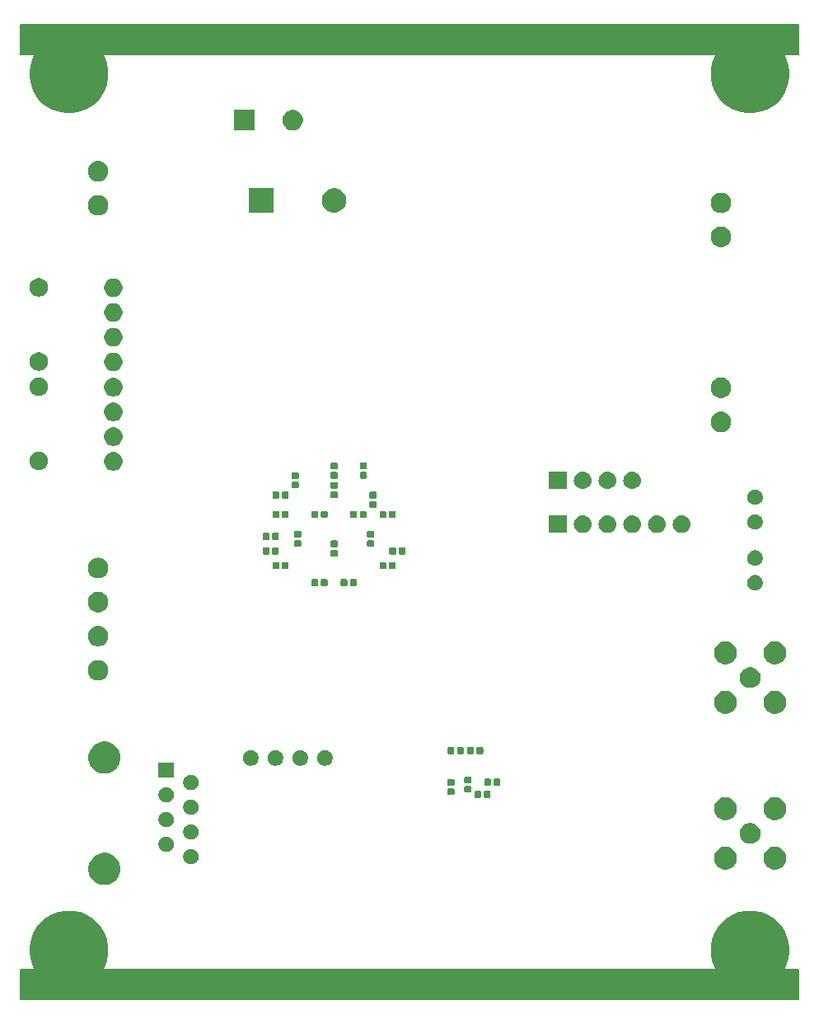
<source format=gbr>
G04 #@! TF.GenerationSoftware,KiCad,Pcbnew,5.0.2-bee76a0~70~ubuntu18.04.1*
G04 #@! TF.CreationDate,2019-01-22T12:03:51-08:00*
G04 #@! TF.ProjectId,controller,636f6e74-726f-46c6-9c65-722e6b696361,rev?*
G04 #@! TF.SameCoordinates,Original*
G04 #@! TF.FileFunction,Soldermask,Bot*
G04 #@! TF.FilePolarity,Negative*
%FSLAX46Y46*%
G04 Gerber Fmt 4.6, Leading zero omitted, Abs format (unit mm)*
G04 Created by KiCad (PCBNEW 5.0.2-bee76a0~70~ubuntu18.04.1) date Tue 22 Jan 2019 12:03:51 PM PST*
%MOMM*%
%LPD*%
G01*
G04 APERTURE LIST*
%ADD10C,0.150000*%
%ADD11C,0.100000*%
G04 APERTURE END LIST*
D10*
G36*
X90000000Y-130000000D02*
X90000000Y-127000000D01*
X170000000Y-127000000D01*
X170000000Y-130000000D01*
X90000000Y-130000000D01*
G37*
X90000000Y-130000000D02*
X90000000Y-127000000D01*
X170000000Y-127000000D01*
X170000000Y-130000000D01*
X90000000Y-130000000D01*
G36*
X90000000Y-30000000D02*
X170000000Y-30000000D01*
X170000000Y-33000000D01*
X90000000Y-33000000D01*
X90000000Y-30000000D01*
G37*
X90000000Y-30000000D02*
X170000000Y-30000000D01*
X170000000Y-33000000D01*
X90000000Y-33000000D01*
X90000000Y-30000000D01*
D11*
G36*
X166181341Y-121105639D02*
X166918397Y-121410938D01*
X167581724Y-121854158D01*
X168145842Y-122418276D01*
X168589062Y-123081603D01*
X168894361Y-123818659D01*
X169050000Y-124601109D01*
X169050000Y-125398891D01*
X168894361Y-126181341D01*
X168589062Y-126918397D01*
X168145842Y-127581724D01*
X167581724Y-128145842D01*
X166918397Y-128589062D01*
X166181341Y-128894361D01*
X165398891Y-129050000D01*
X164601109Y-129050000D01*
X163818659Y-128894361D01*
X163081603Y-128589062D01*
X162418276Y-128145842D01*
X161854158Y-127581724D01*
X161410938Y-126918397D01*
X161105639Y-126181341D01*
X160950000Y-125398891D01*
X160950000Y-124601109D01*
X161105639Y-123818659D01*
X161410938Y-123081603D01*
X161854158Y-122418276D01*
X162418276Y-121854158D01*
X163081603Y-121410938D01*
X163818659Y-121105639D01*
X164601109Y-120950000D01*
X165398891Y-120950000D01*
X166181341Y-121105639D01*
X166181341Y-121105639D01*
G37*
G36*
X96181341Y-121105639D02*
X96918397Y-121410938D01*
X97581724Y-121854158D01*
X98145842Y-122418276D01*
X98589062Y-123081603D01*
X98894361Y-123818659D01*
X99050000Y-124601109D01*
X99050000Y-125398891D01*
X98894361Y-126181341D01*
X98589062Y-126918397D01*
X98145842Y-127581724D01*
X97581724Y-128145842D01*
X96918397Y-128589062D01*
X96181341Y-128894361D01*
X95398891Y-129050000D01*
X94601109Y-129050000D01*
X93818659Y-128894361D01*
X93081603Y-128589062D01*
X92418276Y-128145842D01*
X91854158Y-127581724D01*
X91410938Y-126918397D01*
X91105639Y-126181341D01*
X90950000Y-125398891D01*
X90950000Y-124601109D01*
X91105639Y-123818659D01*
X91410938Y-123081603D01*
X91854158Y-122418276D01*
X92418276Y-121854158D01*
X93081603Y-121410938D01*
X93818659Y-121105639D01*
X94601109Y-120950000D01*
X95398891Y-120950000D01*
X96181341Y-121105639D01*
X96181341Y-121105639D01*
G37*
G36*
X98971899Y-115041704D02*
X99131287Y-115073408D01*
X99255667Y-115124928D01*
X99431567Y-115197788D01*
X99701816Y-115378362D01*
X99931638Y-115608184D01*
X100112212Y-115878433D01*
X100121134Y-115899973D01*
X100202568Y-116096571D01*
X100236592Y-116178714D01*
X100300000Y-116497488D01*
X100300000Y-116822512D01*
X100236592Y-117141286D01*
X100112212Y-117441567D01*
X99931638Y-117711816D01*
X99701816Y-117941638D01*
X99431567Y-118122212D01*
X99255667Y-118195072D01*
X99131287Y-118246592D01*
X98971899Y-118278296D01*
X98812512Y-118310000D01*
X98487488Y-118310000D01*
X98328101Y-118278296D01*
X98168713Y-118246592D01*
X98044333Y-118195072D01*
X97868433Y-118122212D01*
X97598184Y-117941638D01*
X97368362Y-117711816D01*
X97187788Y-117441567D01*
X97063408Y-117141286D01*
X97000000Y-116822512D01*
X97000000Y-116497488D01*
X97063408Y-116178714D01*
X97097433Y-116096571D01*
X97178866Y-115899973D01*
X97187788Y-115878433D01*
X97368362Y-115608184D01*
X97598184Y-115378362D01*
X97868433Y-115197788D01*
X98044333Y-115124928D01*
X98168713Y-115073408D01*
X98328101Y-115041704D01*
X98487488Y-115010000D01*
X98812512Y-115010000D01*
X98971899Y-115041704D01*
X98971899Y-115041704D01*
G37*
G36*
X167882734Y-114410154D02*
X168096571Y-114498729D01*
X168289019Y-114627318D01*
X168452682Y-114790981D01*
X168538889Y-114920000D01*
X168581271Y-114983429D01*
X168669846Y-115197266D01*
X168715000Y-115424272D01*
X168715000Y-115655728D01*
X168669846Y-115882734D01*
X168616550Y-116011401D01*
X168581271Y-116096571D01*
X168452682Y-116289019D01*
X168289019Y-116452682D01*
X168221960Y-116497489D01*
X168096571Y-116581271D01*
X167882734Y-116669846D01*
X167655728Y-116715000D01*
X167424272Y-116715000D01*
X167197266Y-116669846D01*
X166983429Y-116581271D01*
X166858040Y-116497489D01*
X166790981Y-116452682D01*
X166627318Y-116289019D01*
X166498729Y-116096571D01*
X166463450Y-116011401D01*
X166410154Y-115882734D01*
X166365000Y-115655728D01*
X166365000Y-115424272D01*
X166410154Y-115197266D01*
X166498729Y-114983429D01*
X166541111Y-114920000D01*
X166627318Y-114790981D01*
X166790981Y-114627318D01*
X166983429Y-114498729D01*
X167197266Y-114410154D01*
X167424272Y-114365000D01*
X167655728Y-114365000D01*
X167882734Y-114410154D01*
X167882734Y-114410154D01*
G37*
G36*
X162802734Y-114410154D02*
X163016571Y-114498729D01*
X163209019Y-114627318D01*
X163372682Y-114790981D01*
X163458889Y-114920000D01*
X163501271Y-114983429D01*
X163589846Y-115197266D01*
X163635000Y-115424272D01*
X163635000Y-115655728D01*
X163589846Y-115882734D01*
X163536550Y-116011401D01*
X163501271Y-116096571D01*
X163372682Y-116289019D01*
X163209019Y-116452682D01*
X163141960Y-116497489D01*
X163016571Y-116581271D01*
X162802734Y-116669846D01*
X162575728Y-116715000D01*
X162344272Y-116715000D01*
X162117266Y-116669846D01*
X161903429Y-116581271D01*
X161778040Y-116497489D01*
X161710981Y-116452682D01*
X161547318Y-116289019D01*
X161418729Y-116096571D01*
X161383450Y-116011401D01*
X161330154Y-115882734D01*
X161285000Y-115655728D01*
X161285000Y-115424272D01*
X161330154Y-115197266D01*
X161418729Y-114983429D01*
X161461111Y-114920000D01*
X161547318Y-114790981D01*
X161710981Y-114627318D01*
X161903429Y-114498729D01*
X162117266Y-114410154D01*
X162344272Y-114365000D01*
X162575728Y-114365000D01*
X162802734Y-114410154D01*
X162802734Y-114410154D01*
G37*
G36*
X107773351Y-114620743D02*
X107918942Y-114681049D01*
X108009262Y-114741399D01*
X108049973Y-114768601D01*
X108161399Y-114880027D01*
X108161401Y-114880030D01*
X108248951Y-115011058D01*
X108309257Y-115156649D01*
X108340000Y-115311207D01*
X108340000Y-115468793D01*
X108309257Y-115623351D01*
X108248951Y-115768942D01*
X108172918Y-115882734D01*
X108161399Y-115899973D01*
X108049973Y-116011399D01*
X108049970Y-116011401D01*
X107918942Y-116098951D01*
X107773351Y-116159257D01*
X107618794Y-116190000D01*
X107461206Y-116190000D01*
X107306649Y-116159257D01*
X107161058Y-116098951D01*
X107030030Y-116011401D01*
X107030027Y-116011399D01*
X106918601Y-115899973D01*
X106907082Y-115882734D01*
X106831049Y-115768942D01*
X106770743Y-115623351D01*
X106740000Y-115468793D01*
X106740000Y-115311207D01*
X106770743Y-115156649D01*
X106831049Y-115011058D01*
X106918599Y-114880030D01*
X106918601Y-114880027D01*
X107030027Y-114768601D01*
X107070738Y-114741399D01*
X107161058Y-114681049D01*
X107306649Y-114620743D01*
X107461206Y-114590000D01*
X107618794Y-114590000D01*
X107773351Y-114620743D01*
X107773351Y-114620743D01*
G37*
G36*
X105233351Y-113350743D02*
X105378942Y-113411049D01*
X105469262Y-113471399D01*
X105509973Y-113498601D01*
X105621399Y-113610027D01*
X105621401Y-113610030D01*
X105708951Y-113741058D01*
X105708951Y-113741059D01*
X105769257Y-113886649D01*
X105798505Y-114033688D01*
X105800000Y-114041207D01*
X105800000Y-114198793D01*
X105769257Y-114353351D01*
X105708951Y-114498942D01*
X105648108Y-114590000D01*
X105621399Y-114629973D01*
X105509973Y-114741399D01*
X105509970Y-114741401D01*
X105378942Y-114828951D01*
X105255634Y-114880027D01*
X105233351Y-114889257D01*
X105078794Y-114920000D01*
X104921206Y-114920000D01*
X104766649Y-114889257D01*
X104744366Y-114880027D01*
X104621058Y-114828951D01*
X104490030Y-114741401D01*
X104490027Y-114741399D01*
X104378601Y-114629973D01*
X104351892Y-114590000D01*
X104291049Y-114498942D01*
X104230743Y-114353351D01*
X104200000Y-114198793D01*
X104200000Y-114041207D01*
X104201496Y-114033688D01*
X104230743Y-113886649D01*
X104291049Y-113741059D01*
X104291049Y-113741058D01*
X104378599Y-113610030D01*
X104378601Y-113610027D01*
X104490027Y-113498601D01*
X104530738Y-113471399D01*
X104621058Y-113411049D01*
X104766649Y-113350743D01*
X104921206Y-113320000D01*
X105078794Y-113320000D01*
X105233351Y-113350743D01*
X105233351Y-113350743D01*
G37*
G36*
X165313565Y-111966311D02*
X165509203Y-112047348D01*
X165572992Y-112089970D01*
X165685273Y-112164994D01*
X165835006Y-112314727D01*
X165952652Y-112490797D01*
X166033689Y-112686435D01*
X166075000Y-112894121D01*
X166075000Y-113105879D01*
X166033689Y-113313565D01*
X165993309Y-113411049D01*
X165952652Y-113509203D01*
X165879117Y-113619257D01*
X165835006Y-113685273D01*
X165685273Y-113835006D01*
X165509203Y-113952652D01*
X165313565Y-114033689D01*
X165105879Y-114075000D01*
X164894121Y-114075000D01*
X164686435Y-114033689D01*
X164490797Y-113952652D01*
X164314727Y-113835006D01*
X164164994Y-113685273D01*
X164120884Y-113619257D01*
X164047348Y-113509203D01*
X164006691Y-113411049D01*
X163966311Y-113313565D01*
X163925000Y-113105879D01*
X163925000Y-112894121D01*
X163966311Y-112686435D01*
X164047348Y-112490797D01*
X164164994Y-112314727D01*
X164314727Y-112164994D01*
X164427009Y-112089970D01*
X164490797Y-112047348D01*
X164686435Y-111966311D01*
X164894121Y-111925000D01*
X165105879Y-111925000D01*
X165313565Y-111966311D01*
X165313565Y-111966311D01*
G37*
G36*
X107773351Y-112080743D02*
X107918942Y-112141049D01*
X107954778Y-112164994D01*
X108049973Y-112228601D01*
X108161399Y-112340027D01*
X108161401Y-112340030D01*
X108248951Y-112471058D01*
X108309257Y-112616649D01*
X108340000Y-112771207D01*
X108340000Y-112928793D01*
X108309257Y-113083351D01*
X108248951Y-113228942D01*
X108192408Y-113313565D01*
X108161399Y-113359973D01*
X108049973Y-113471399D01*
X108049970Y-113471401D01*
X107918942Y-113558951D01*
X107795634Y-113610027D01*
X107773351Y-113619257D01*
X107618794Y-113650000D01*
X107461206Y-113650000D01*
X107306649Y-113619257D01*
X107284366Y-113610027D01*
X107161058Y-113558951D01*
X107030030Y-113471401D01*
X107030027Y-113471399D01*
X106918601Y-113359973D01*
X106887592Y-113313565D01*
X106831049Y-113228942D01*
X106770743Y-113083351D01*
X106740000Y-112928793D01*
X106740000Y-112771207D01*
X106770743Y-112616649D01*
X106831049Y-112471058D01*
X106918599Y-112340030D01*
X106918601Y-112340027D01*
X107030027Y-112228601D01*
X107125222Y-112164994D01*
X107161058Y-112141049D01*
X107306649Y-112080743D01*
X107461206Y-112050000D01*
X107618794Y-112050000D01*
X107773351Y-112080743D01*
X107773351Y-112080743D01*
G37*
G36*
X105233351Y-110810743D02*
X105378942Y-110871049D01*
X105469262Y-110931399D01*
X105509973Y-110958601D01*
X105621399Y-111070027D01*
X105621401Y-111070030D01*
X105708951Y-111201058D01*
X105769257Y-111346649D01*
X105800000Y-111501207D01*
X105800000Y-111658793D01*
X105769257Y-111813351D01*
X105708951Y-111958942D01*
X105649880Y-112047348D01*
X105621399Y-112089973D01*
X105509973Y-112201399D01*
X105509970Y-112201401D01*
X105378942Y-112288951D01*
X105255634Y-112340027D01*
X105233351Y-112349257D01*
X105078794Y-112380000D01*
X104921206Y-112380000D01*
X104766649Y-112349257D01*
X104744366Y-112340027D01*
X104621058Y-112288951D01*
X104490030Y-112201401D01*
X104490027Y-112201399D01*
X104378601Y-112089973D01*
X104350120Y-112047348D01*
X104291049Y-111958942D01*
X104230743Y-111813351D01*
X104200000Y-111658793D01*
X104200000Y-111501207D01*
X104230743Y-111346649D01*
X104291049Y-111201058D01*
X104378599Y-111070030D01*
X104378601Y-111070027D01*
X104490027Y-110958601D01*
X104530738Y-110931399D01*
X104621058Y-110871049D01*
X104766649Y-110810743D01*
X104921206Y-110780000D01*
X105078794Y-110780000D01*
X105233351Y-110810743D01*
X105233351Y-110810743D01*
G37*
G36*
X167882734Y-109330154D02*
X168096571Y-109418729D01*
X168289019Y-109547318D01*
X168452682Y-109710981D01*
X168538889Y-109840000D01*
X168581271Y-109903429D01*
X168669846Y-110117266D01*
X168715000Y-110344272D01*
X168715000Y-110575728D01*
X168669846Y-110802734D01*
X168616550Y-110931401D01*
X168581271Y-111016571D01*
X168458001Y-111201059D01*
X168452681Y-111209020D01*
X168289020Y-111372681D01*
X168096571Y-111501271D01*
X167882734Y-111589846D01*
X167655728Y-111635000D01*
X167424272Y-111635000D01*
X167197266Y-111589846D01*
X166983429Y-111501271D01*
X166790980Y-111372681D01*
X166627319Y-111209020D01*
X166622000Y-111201059D01*
X166498729Y-111016571D01*
X166463450Y-110931401D01*
X166410154Y-110802734D01*
X166365000Y-110575728D01*
X166365000Y-110344272D01*
X166410154Y-110117266D01*
X166498729Y-109903429D01*
X166541111Y-109840000D01*
X166627318Y-109710981D01*
X166790981Y-109547318D01*
X166983429Y-109418729D01*
X167197266Y-109330154D01*
X167424272Y-109285000D01*
X167655728Y-109285000D01*
X167882734Y-109330154D01*
X167882734Y-109330154D01*
G37*
G36*
X162802734Y-109330154D02*
X163016571Y-109418729D01*
X163209019Y-109547318D01*
X163372682Y-109710981D01*
X163458889Y-109840000D01*
X163501271Y-109903429D01*
X163589846Y-110117266D01*
X163635000Y-110344272D01*
X163635000Y-110575728D01*
X163589846Y-110802734D01*
X163536550Y-110931401D01*
X163501271Y-111016571D01*
X163378001Y-111201059D01*
X163372681Y-111209020D01*
X163209020Y-111372681D01*
X163016571Y-111501271D01*
X162802734Y-111589846D01*
X162575728Y-111635000D01*
X162344272Y-111635000D01*
X162117266Y-111589846D01*
X161903429Y-111501271D01*
X161710980Y-111372681D01*
X161547319Y-111209020D01*
X161542000Y-111201059D01*
X161418729Y-111016571D01*
X161383450Y-110931401D01*
X161330154Y-110802734D01*
X161285000Y-110575728D01*
X161285000Y-110344272D01*
X161330154Y-110117266D01*
X161418729Y-109903429D01*
X161461111Y-109840000D01*
X161547318Y-109710981D01*
X161710981Y-109547318D01*
X161903429Y-109418729D01*
X162117266Y-109330154D01*
X162344272Y-109285000D01*
X162575728Y-109285000D01*
X162802734Y-109330154D01*
X162802734Y-109330154D01*
G37*
G36*
X107773351Y-109540743D02*
X107918942Y-109601049D01*
X108009262Y-109661399D01*
X108049973Y-109688601D01*
X108161399Y-109800027D01*
X108161401Y-109800030D01*
X108248951Y-109931058D01*
X108309257Y-110076649D01*
X108340000Y-110231207D01*
X108340000Y-110388793D01*
X108309257Y-110543351D01*
X108248951Y-110688942D01*
X108188108Y-110780000D01*
X108161399Y-110819973D01*
X108049973Y-110931399D01*
X108049970Y-110931401D01*
X107918942Y-111018951D01*
X107795634Y-111070027D01*
X107773351Y-111079257D01*
X107618794Y-111110000D01*
X107461206Y-111110000D01*
X107306649Y-111079257D01*
X107284366Y-111070027D01*
X107161058Y-111018951D01*
X107030030Y-110931401D01*
X107030027Y-110931399D01*
X106918601Y-110819973D01*
X106891892Y-110780000D01*
X106831049Y-110688942D01*
X106770743Y-110543351D01*
X106740000Y-110388793D01*
X106740000Y-110231207D01*
X106770743Y-110076649D01*
X106831049Y-109931058D01*
X106918599Y-109800030D01*
X106918601Y-109800027D01*
X107030027Y-109688601D01*
X107070738Y-109661399D01*
X107161058Y-109601049D01*
X107306649Y-109540743D01*
X107461206Y-109510000D01*
X107618794Y-109510000D01*
X107773351Y-109540743D01*
X107773351Y-109540743D01*
G37*
G36*
X105173168Y-108258772D02*
X105233351Y-108270743D01*
X105378942Y-108331049D01*
X105509090Y-108418011D01*
X105509973Y-108418601D01*
X105621399Y-108530027D01*
X105621401Y-108530030D01*
X105708951Y-108661058D01*
X105760964Y-108786628D01*
X105769257Y-108806649D01*
X105800000Y-108961206D01*
X105800000Y-109118794D01*
X105779860Y-109220046D01*
X105769257Y-109273351D01*
X105708951Y-109418942D01*
X105648108Y-109510000D01*
X105621399Y-109549973D01*
X105509973Y-109661399D01*
X105509970Y-109661401D01*
X105378942Y-109748951D01*
X105255634Y-109800027D01*
X105233351Y-109809257D01*
X105078794Y-109840000D01*
X104921206Y-109840000D01*
X104766649Y-109809257D01*
X104744366Y-109800027D01*
X104621058Y-109748951D01*
X104490030Y-109661401D01*
X104490027Y-109661399D01*
X104378601Y-109549973D01*
X104351892Y-109510000D01*
X104291049Y-109418942D01*
X104230743Y-109273351D01*
X104220140Y-109220046D01*
X104200000Y-109118794D01*
X104200000Y-108961206D01*
X104230743Y-108806649D01*
X104239036Y-108786628D01*
X104291049Y-108661058D01*
X104378599Y-108530030D01*
X104378601Y-108530027D01*
X104490027Y-108418601D01*
X104490910Y-108418011D01*
X104621058Y-108331049D01*
X104766649Y-108270743D01*
X104826832Y-108258772D01*
X104921206Y-108240000D01*
X105078794Y-108240000D01*
X105173168Y-108258772D01*
X105173168Y-108258772D01*
G37*
G36*
X138211228Y-108633071D02*
X138238853Y-108641451D01*
X138264313Y-108655060D01*
X138286628Y-108673372D01*
X138304940Y-108695687D01*
X138318549Y-108721147D01*
X138326929Y-108748772D01*
X138330000Y-108779954D01*
X138330000Y-109220046D01*
X138326929Y-109251228D01*
X138318549Y-109278853D01*
X138304940Y-109304313D01*
X138286628Y-109326628D01*
X138264313Y-109344940D01*
X138238853Y-109358549D01*
X138211228Y-109366929D01*
X138180046Y-109370000D01*
X137789954Y-109370000D01*
X137758772Y-109366929D01*
X137731147Y-109358549D01*
X137705687Y-109344940D01*
X137683372Y-109326628D01*
X137665060Y-109304313D01*
X137651451Y-109278853D01*
X137643071Y-109251228D01*
X137640000Y-109220046D01*
X137640000Y-108779954D01*
X137643071Y-108748772D01*
X137651451Y-108721147D01*
X137665060Y-108695687D01*
X137683372Y-108673372D01*
X137705687Y-108655060D01*
X137731147Y-108641451D01*
X137758772Y-108633071D01*
X137789954Y-108630000D01*
X138180046Y-108630000D01*
X138211228Y-108633071D01*
X138211228Y-108633071D01*
G37*
G36*
X137241228Y-108633071D02*
X137268853Y-108641451D01*
X137294313Y-108655060D01*
X137316628Y-108673372D01*
X137334940Y-108695687D01*
X137348549Y-108721147D01*
X137356929Y-108748772D01*
X137360000Y-108779954D01*
X137360000Y-109220046D01*
X137356929Y-109251228D01*
X137348549Y-109278853D01*
X137334940Y-109304313D01*
X137316628Y-109326628D01*
X137294313Y-109344940D01*
X137268853Y-109358549D01*
X137241228Y-109366929D01*
X137210046Y-109370000D01*
X136819954Y-109370000D01*
X136788772Y-109366929D01*
X136761147Y-109358549D01*
X136735687Y-109344940D01*
X136713372Y-109326628D01*
X136695060Y-109304313D01*
X136681451Y-109278853D01*
X136673071Y-109251228D01*
X136670000Y-109220046D01*
X136670000Y-108779954D01*
X136673071Y-108748772D01*
X136681451Y-108721147D01*
X136695060Y-108695687D01*
X136713372Y-108673372D01*
X136735687Y-108655060D01*
X136761147Y-108641451D01*
X136788772Y-108633071D01*
X136819954Y-108630000D01*
X137210046Y-108630000D01*
X137241228Y-108633071D01*
X137241228Y-108633071D01*
G37*
G36*
X134501228Y-108393071D02*
X134528853Y-108401451D01*
X134554313Y-108415060D01*
X134576628Y-108433372D01*
X134594940Y-108455687D01*
X134608549Y-108481147D01*
X134616929Y-108508772D01*
X134620000Y-108539954D01*
X134620000Y-108930046D01*
X134616929Y-108961228D01*
X134608549Y-108988853D01*
X134594940Y-109014313D01*
X134576628Y-109036628D01*
X134554313Y-109054940D01*
X134528853Y-109068549D01*
X134501228Y-109076929D01*
X134470046Y-109080000D01*
X134029954Y-109080000D01*
X133998772Y-109076929D01*
X133971147Y-109068549D01*
X133945687Y-109054940D01*
X133923372Y-109036628D01*
X133905060Y-109014313D01*
X133891451Y-108988853D01*
X133883071Y-108961228D01*
X133880000Y-108930046D01*
X133880000Y-108539954D01*
X133883071Y-108508772D01*
X133891451Y-108481147D01*
X133905060Y-108455687D01*
X133923372Y-108433372D01*
X133945687Y-108415060D01*
X133971147Y-108401451D01*
X133998772Y-108393071D01*
X134029954Y-108390000D01*
X134470046Y-108390000D01*
X134501228Y-108393071D01*
X134501228Y-108393071D01*
G37*
G36*
X136251228Y-108143071D02*
X136278853Y-108151451D01*
X136304313Y-108165060D01*
X136326628Y-108183372D01*
X136344940Y-108205687D01*
X136358549Y-108231147D01*
X136366929Y-108258772D01*
X136370000Y-108289954D01*
X136370000Y-108680046D01*
X136366929Y-108711228D01*
X136358549Y-108738853D01*
X136344940Y-108764313D01*
X136326628Y-108786628D01*
X136304313Y-108804940D01*
X136278853Y-108818549D01*
X136251228Y-108826929D01*
X136220046Y-108830000D01*
X135779954Y-108830000D01*
X135748772Y-108826929D01*
X135721147Y-108818549D01*
X135695687Y-108804940D01*
X135673372Y-108786628D01*
X135655060Y-108764313D01*
X135641451Y-108738853D01*
X135633071Y-108711228D01*
X135630000Y-108680046D01*
X135630000Y-108289954D01*
X135633071Y-108258772D01*
X135641451Y-108231147D01*
X135655060Y-108205687D01*
X135673372Y-108183372D01*
X135695687Y-108165060D01*
X135721147Y-108151451D01*
X135748772Y-108143071D01*
X135779954Y-108140000D01*
X136220046Y-108140000D01*
X136251228Y-108143071D01*
X136251228Y-108143071D01*
G37*
G36*
X107773351Y-107000743D02*
X107918942Y-107061049D01*
X108049090Y-107148011D01*
X108049973Y-107148601D01*
X108161399Y-107260027D01*
X108161401Y-107260030D01*
X108248951Y-107391058D01*
X108293568Y-107498772D01*
X108309257Y-107536649D01*
X108340000Y-107691206D01*
X108340000Y-107848794D01*
X108313672Y-107981153D01*
X108309257Y-108003351D01*
X108248951Y-108148942D01*
X108175565Y-108258772D01*
X108161399Y-108279973D01*
X108049973Y-108391399D01*
X108049970Y-108391401D01*
X107918942Y-108478951D01*
X107846948Y-108508772D01*
X107773351Y-108539257D01*
X107618794Y-108570000D01*
X107461206Y-108570000D01*
X107306649Y-108539257D01*
X107233052Y-108508772D01*
X107161058Y-108478951D01*
X107030030Y-108391401D01*
X107030027Y-108391399D01*
X106918601Y-108279973D01*
X106904435Y-108258772D01*
X106831049Y-108148942D01*
X106770743Y-108003351D01*
X106766328Y-107981153D01*
X106740000Y-107848794D01*
X106740000Y-107691206D01*
X106770743Y-107536649D01*
X106786432Y-107498772D01*
X106831049Y-107391058D01*
X106918599Y-107260030D01*
X106918601Y-107260027D01*
X107030027Y-107148601D01*
X107030910Y-107148011D01*
X107161058Y-107061049D01*
X107306649Y-107000743D01*
X107461206Y-106970000D01*
X107618794Y-106970000D01*
X107773351Y-107000743D01*
X107773351Y-107000743D01*
G37*
G36*
X139211228Y-107383071D02*
X139238853Y-107391451D01*
X139264313Y-107405060D01*
X139286628Y-107423372D01*
X139304940Y-107445687D01*
X139318549Y-107471147D01*
X139326929Y-107498772D01*
X139330000Y-107529954D01*
X139330000Y-107970046D01*
X139326929Y-108001228D01*
X139318549Y-108028853D01*
X139304940Y-108054313D01*
X139286628Y-108076628D01*
X139264313Y-108094940D01*
X139238853Y-108108549D01*
X139211228Y-108116929D01*
X139180046Y-108120000D01*
X138789954Y-108120000D01*
X138758772Y-108116929D01*
X138731147Y-108108549D01*
X138705687Y-108094940D01*
X138683372Y-108076628D01*
X138665060Y-108054313D01*
X138651451Y-108028853D01*
X138643071Y-108001228D01*
X138640000Y-107970046D01*
X138640000Y-107529954D01*
X138643071Y-107498772D01*
X138651451Y-107471147D01*
X138665060Y-107445687D01*
X138683372Y-107423372D01*
X138705687Y-107405060D01*
X138731147Y-107391451D01*
X138758772Y-107383071D01*
X138789954Y-107380000D01*
X139180046Y-107380000D01*
X139211228Y-107383071D01*
X139211228Y-107383071D01*
G37*
G36*
X138241228Y-107383071D02*
X138268853Y-107391451D01*
X138294313Y-107405060D01*
X138316628Y-107423372D01*
X138334940Y-107445687D01*
X138348549Y-107471147D01*
X138356929Y-107498772D01*
X138360000Y-107529954D01*
X138360000Y-107970046D01*
X138356929Y-108001228D01*
X138348549Y-108028853D01*
X138334940Y-108054313D01*
X138316628Y-108076628D01*
X138294313Y-108094940D01*
X138268853Y-108108549D01*
X138241228Y-108116929D01*
X138210046Y-108120000D01*
X137819954Y-108120000D01*
X137788772Y-108116929D01*
X137761147Y-108108549D01*
X137735687Y-108094940D01*
X137713372Y-108076628D01*
X137695060Y-108054313D01*
X137681451Y-108028853D01*
X137673071Y-108001228D01*
X137670000Y-107970046D01*
X137670000Y-107529954D01*
X137673071Y-107498772D01*
X137681451Y-107471147D01*
X137695060Y-107445687D01*
X137713372Y-107423372D01*
X137735687Y-107405060D01*
X137761147Y-107391451D01*
X137788772Y-107383071D01*
X137819954Y-107380000D01*
X138210046Y-107380000D01*
X138241228Y-107383071D01*
X138241228Y-107383071D01*
G37*
G36*
X134501228Y-107423071D02*
X134528853Y-107431451D01*
X134554313Y-107445060D01*
X134576628Y-107463372D01*
X134594940Y-107485687D01*
X134608549Y-107511147D01*
X134616929Y-107538772D01*
X134620000Y-107569954D01*
X134620000Y-107960046D01*
X134616929Y-107991228D01*
X134608549Y-108018853D01*
X134594940Y-108044313D01*
X134576628Y-108066628D01*
X134554313Y-108084940D01*
X134528853Y-108098549D01*
X134501228Y-108106929D01*
X134470046Y-108110000D01*
X134029954Y-108110000D01*
X133998772Y-108106929D01*
X133971147Y-108098549D01*
X133945687Y-108084940D01*
X133923372Y-108066628D01*
X133905060Y-108044313D01*
X133891451Y-108018853D01*
X133883071Y-107991228D01*
X133880000Y-107960046D01*
X133880000Y-107569954D01*
X133883071Y-107538772D01*
X133891451Y-107511147D01*
X133905060Y-107485687D01*
X133923372Y-107463372D01*
X133945687Y-107445060D01*
X133971147Y-107431451D01*
X133998772Y-107423071D01*
X134029954Y-107420000D01*
X134470046Y-107420000D01*
X134501228Y-107423071D01*
X134501228Y-107423071D01*
G37*
G36*
X136251228Y-107173071D02*
X136278853Y-107181451D01*
X136304313Y-107195060D01*
X136326628Y-107213372D01*
X136344940Y-107235687D01*
X136358549Y-107261147D01*
X136366929Y-107288772D01*
X136370000Y-107319954D01*
X136370000Y-107710046D01*
X136366929Y-107741228D01*
X136358549Y-107768853D01*
X136344940Y-107794313D01*
X136326628Y-107816628D01*
X136304313Y-107834940D01*
X136278853Y-107848549D01*
X136251228Y-107856929D01*
X136220046Y-107860000D01*
X135779954Y-107860000D01*
X135748772Y-107856929D01*
X135721147Y-107848549D01*
X135695687Y-107834940D01*
X135673372Y-107816628D01*
X135655060Y-107794313D01*
X135641451Y-107768853D01*
X135633071Y-107741228D01*
X135630000Y-107710046D01*
X135630000Y-107319954D01*
X135633071Y-107288772D01*
X135641451Y-107261147D01*
X135655060Y-107235687D01*
X135673372Y-107213372D01*
X135695687Y-107195060D01*
X135721147Y-107181451D01*
X135748772Y-107173071D01*
X135779954Y-107170000D01*
X136220046Y-107170000D01*
X136251228Y-107173071D01*
X136251228Y-107173071D01*
G37*
G36*
X105800000Y-107300000D02*
X104200000Y-107300000D01*
X104200000Y-105700000D01*
X105800000Y-105700000D01*
X105800000Y-107300000D01*
X105800000Y-107300000D01*
G37*
G36*
X98971899Y-103611704D02*
X99131287Y-103643408D01*
X99255667Y-103694928D01*
X99431567Y-103767788D01*
X99701816Y-103948362D01*
X99931638Y-104178184D01*
X100112212Y-104448433D01*
X100185072Y-104624333D01*
X100236592Y-104748713D01*
X100252090Y-104826628D01*
X100289888Y-105016649D01*
X100300000Y-105067489D01*
X100300000Y-105392511D01*
X100236592Y-105711287D01*
X100185072Y-105835667D01*
X100112212Y-106011567D01*
X99931638Y-106281816D01*
X99701816Y-106511638D01*
X99431567Y-106692212D01*
X99255667Y-106765072D01*
X99131287Y-106816592D01*
X98971899Y-106848296D01*
X98812512Y-106880000D01*
X98487488Y-106880000D01*
X98328101Y-106848296D01*
X98168713Y-106816592D01*
X98044333Y-106765072D01*
X97868433Y-106692212D01*
X97598184Y-106511638D01*
X97368362Y-106281816D01*
X97187788Y-106011567D01*
X97114928Y-105835667D01*
X97063408Y-105711287D01*
X97000000Y-105392511D01*
X97000000Y-105067489D01*
X97010113Y-105016649D01*
X97047910Y-104826628D01*
X97063408Y-104748713D01*
X97114928Y-104624333D01*
X97187788Y-104448433D01*
X97368362Y-104178184D01*
X97598184Y-103948362D01*
X97868433Y-103767788D01*
X98044333Y-103694928D01*
X98168713Y-103643408D01*
X98328101Y-103611704D01*
X98487488Y-103580000D01*
X98812512Y-103580000D01*
X98971899Y-103611704D01*
X98971899Y-103611704D01*
G37*
G36*
X113923351Y-104480743D02*
X114068942Y-104541049D01*
X114199090Y-104628011D01*
X114199973Y-104628601D01*
X114311399Y-104740027D01*
X114311401Y-104740030D01*
X114398951Y-104871058D01*
X114459257Y-105016649D01*
X114490000Y-105171207D01*
X114490000Y-105328793D01*
X114459257Y-105483351D01*
X114398951Y-105628942D01*
X114343930Y-105711287D01*
X114311399Y-105759973D01*
X114199973Y-105871399D01*
X114199970Y-105871401D01*
X114068942Y-105958951D01*
X113941916Y-106011567D01*
X113923351Y-106019257D01*
X113768794Y-106050000D01*
X113611206Y-106050000D01*
X113456649Y-106019257D01*
X113438084Y-106011567D01*
X113311058Y-105958951D01*
X113180030Y-105871401D01*
X113180027Y-105871399D01*
X113068601Y-105759973D01*
X113036070Y-105711287D01*
X112981049Y-105628942D01*
X112920743Y-105483351D01*
X112890000Y-105328793D01*
X112890000Y-105171207D01*
X112920743Y-105016649D01*
X112981049Y-104871058D01*
X113068599Y-104740030D01*
X113068601Y-104740027D01*
X113180027Y-104628601D01*
X113180910Y-104628011D01*
X113311058Y-104541049D01*
X113456649Y-104480743D01*
X113611206Y-104450000D01*
X113768794Y-104450000D01*
X113923351Y-104480743D01*
X113923351Y-104480743D01*
G37*
G36*
X121543351Y-104480743D02*
X121688942Y-104541049D01*
X121819090Y-104628011D01*
X121819973Y-104628601D01*
X121931399Y-104740027D01*
X121931401Y-104740030D01*
X122018951Y-104871058D01*
X122079257Y-105016649D01*
X122110000Y-105171207D01*
X122110000Y-105328793D01*
X122079257Y-105483351D01*
X122018951Y-105628942D01*
X121963930Y-105711287D01*
X121931399Y-105759973D01*
X121819973Y-105871399D01*
X121819970Y-105871401D01*
X121688942Y-105958951D01*
X121561916Y-106011567D01*
X121543351Y-106019257D01*
X121388794Y-106050000D01*
X121231206Y-106050000D01*
X121076649Y-106019257D01*
X121058084Y-106011567D01*
X120931058Y-105958951D01*
X120800030Y-105871401D01*
X120800027Y-105871399D01*
X120688601Y-105759973D01*
X120656070Y-105711287D01*
X120601049Y-105628942D01*
X120540743Y-105483351D01*
X120510000Y-105328793D01*
X120510000Y-105171207D01*
X120540743Y-105016649D01*
X120601049Y-104871058D01*
X120688599Y-104740030D01*
X120688601Y-104740027D01*
X120800027Y-104628601D01*
X120800910Y-104628011D01*
X120931058Y-104541049D01*
X121076649Y-104480743D01*
X121231206Y-104450000D01*
X121388794Y-104450000D01*
X121543351Y-104480743D01*
X121543351Y-104480743D01*
G37*
G36*
X119003351Y-104480743D02*
X119148942Y-104541049D01*
X119279090Y-104628011D01*
X119279973Y-104628601D01*
X119391399Y-104740027D01*
X119391401Y-104740030D01*
X119478951Y-104871058D01*
X119539257Y-105016649D01*
X119570000Y-105171207D01*
X119570000Y-105328793D01*
X119539257Y-105483351D01*
X119478951Y-105628942D01*
X119423930Y-105711287D01*
X119391399Y-105759973D01*
X119279973Y-105871399D01*
X119279970Y-105871401D01*
X119148942Y-105958951D01*
X119021916Y-106011567D01*
X119003351Y-106019257D01*
X118848794Y-106050000D01*
X118691206Y-106050000D01*
X118536649Y-106019257D01*
X118518084Y-106011567D01*
X118391058Y-105958951D01*
X118260030Y-105871401D01*
X118260027Y-105871399D01*
X118148601Y-105759973D01*
X118116070Y-105711287D01*
X118061049Y-105628942D01*
X118000743Y-105483351D01*
X117970000Y-105328793D01*
X117970000Y-105171207D01*
X118000743Y-105016649D01*
X118061049Y-104871058D01*
X118148599Y-104740030D01*
X118148601Y-104740027D01*
X118260027Y-104628601D01*
X118260910Y-104628011D01*
X118391058Y-104541049D01*
X118536649Y-104480743D01*
X118691206Y-104450000D01*
X118848794Y-104450000D01*
X119003351Y-104480743D01*
X119003351Y-104480743D01*
G37*
G36*
X116463351Y-104480743D02*
X116608942Y-104541049D01*
X116739090Y-104628011D01*
X116739973Y-104628601D01*
X116851399Y-104740027D01*
X116851401Y-104740030D01*
X116938951Y-104871058D01*
X116999257Y-105016649D01*
X117030000Y-105171207D01*
X117030000Y-105328793D01*
X116999257Y-105483351D01*
X116938951Y-105628942D01*
X116883930Y-105711287D01*
X116851399Y-105759973D01*
X116739973Y-105871399D01*
X116739970Y-105871401D01*
X116608942Y-105958951D01*
X116481916Y-106011567D01*
X116463351Y-106019257D01*
X116308794Y-106050000D01*
X116151206Y-106050000D01*
X115996649Y-106019257D01*
X115978084Y-106011567D01*
X115851058Y-105958951D01*
X115720030Y-105871401D01*
X115720027Y-105871399D01*
X115608601Y-105759973D01*
X115576070Y-105711287D01*
X115521049Y-105628942D01*
X115460743Y-105483351D01*
X115430000Y-105328793D01*
X115430000Y-105171207D01*
X115460743Y-105016649D01*
X115521049Y-104871058D01*
X115608599Y-104740030D01*
X115608601Y-104740027D01*
X115720027Y-104628601D01*
X115720910Y-104628011D01*
X115851058Y-104541049D01*
X115996649Y-104480743D01*
X116151206Y-104450000D01*
X116308794Y-104450000D01*
X116463351Y-104480743D01*
X116463351Y-104480743D01*
G37*
G36*
X135461228Y-104133071D02*
X135488853Y-104141451D01*
X135514313Y-104155060D01*
X135536628Y-104173372D01*
X135554940Y-104195687D01*
X135568549Y-104221147D01*
X135576929Y-104248772D01*
X135580000Y-104279954D01*
X135580000Y-104720046D01*
X135576929Y-104751228D01*
X135568549Y-104778853D01*
X135554940Y-104804313D01*
X135536628Y-104826628D01*
X135514313Y-104844940D01*
X135488853Y-104858549D01*
X135461228Y-104866929D01*
X135430046Y-104870000D01*
X135039954Y-104870000D01*
X135008772Y-104866929D01*
X134981147Y-104858549D01*
X134955687Y-104844940D01*
X134933372Y-104826628D01*
X134915060Y-104804313D01*
X134901451Y-104778853D01*
X134893071Y-104751228D01*
X134890000Y-104720046D01*
X134890000Y-104279954D01*
X134893071Y-104248772D01*
X134901451Y-104221147D01*
X134915060Y-104195687D01*
X134933372Y-104173372D01*
X134955687Y-104155060D01*
X134981147Y-104141451D01*
X135008772Y-104133071D01*
X135039954Y-104130000D01*
X135430046Y-104130000D01*
X135461228Y-104133071D01*
X135461228Y-104133071D01*
G37*
G36*
X136491228Y-104133071D02*
X136518853Y-104141451D01*
X136544313Y-104155060D01*
X136566628Y-104173372D01*
X136584940Y-104195687D01*
X136598549Y-104221147D01*
X136606929Y-104248772D01*
X136610000Y-104279954D01*
X136610000Y-104720046D01*
X136606929Y-104751228D01*
X136598549Y-104778853D01*
X136584940Y-104804313D01*
X136566628Y-104826628D01*
X136544313Y-104844940D01*
X136518853Y-104858549D01*
X136491228Y-104866929D01*
X136460046Y-104870000D01*
X136069954Y-104870000D01*
X136038772Y-104866929D01*
X136011147Y-104858549D01*
X135985687Y-104844940D01*
X135963372Y-104826628D01*
X135945060Y-104804313D01*
X135931451Y-104778853D01*
X135923071Y-104751228D01*
X135920000Y-104720046D01*
X135920000Y-104279954D01*
X135923071Y-104248772D01*
X135931451Y-104221147D01*
X135945060Y-104195687D01*
X135963372Y-104173372D01*
X135985687Y-104155060D01*
X136011147Y-104141451D01*
X136038772Y-104133071D01*
X136069954Y-104130000D01*
X136460046Y-104130000D01*
X136491228Y-104133071D01*
X136491228Y-104133071D01*
G37*
G36*
X137461228Y-104133071D02*
X137488853Y-104141451D01*
X137514313Y-104155060D01*
X137536628Y-104173372D01*
X137554940Y-104195687D01*
X137568549Y-104221147D01*
X137576929Y-104248772D01*
X137580000Y-104279954D01*
X137580000Y-104720046D01*
X137576929Y-104751228D01*
X137568549Y-104778853D01*
X137554940Y-104804313D01*
X137536628Y-104826628D01*
X137514313Y-104844940D01*
X137488853Y-104858549D01*
X137461228Y-104866929D01*
X137430046Y-104870000D01*
X137039954Y-104870000D01*
X137008772Y-104866929D01*
X136981147Y-104858549D01*
X136955687Y-104844940D01*
X136933372Y-104826628D01*
X136915060Y-104804313D01*
X136901451Y-104778853D01*
X136893071Y-104751228D01*
X136890000Y-104720046D01*
X136890000Y-104279954D01*
X136893071Y-104248772D01*
X136901451Y-104221147D01*
X136915060Y-104195687D01*
X136933372Y-104173372D01*
X136955687Y-104155060D01*
X136981147Y-104141451D01*
X137008772Y-104133071D01*
X137039954Y-104130000D01*
X137430046Y-104130000D01*
X137461228Y-104133071D01*
X137461228Y-104133071D01*
G37*
G36*
X134491228Y-104133071D02*
X134518853Y-104141451D01*
X134544313Y-104155060D01*
X134566628Y-104173372D01*
X134584940Y-104195687D01*
X134598549Y-104221147D01*
X134606929Y-104248772D01*
X134610000Y-104279954D01*
X134610000Y-104720046D01*
X134606929Y-104751228D01*
X134598549Y-104778853D01*
X134584940Y-104804313D01*
X134566628Y-104826628D01*
X134544313Y-104844940D01*
X134518853Y-104858549D01*
X134491228Y-104866929D01*
X134460046Y-104870000D01*
X134069954Y-104870000D01*
X134038772Y-104866929D01*
X134011147Y-104858549D01*
X133985687Y-104844940D01*
X133963372Y-104826628D01*
X133945060Y-104804313D01*
X133931451Y-104778853D01*
X133923071Y-104751228D01*
X133920000Y-104720046D01*
X133920000Y-104279954D01*
X133923071Y-104248772D01*
X133931451Y-104221147D01*
X133945060Y-104195687D01*
X133963372Y-104173372D01*
X133985687Y-104155060D01*
X134011147Y-104141451D01*
X134038772Y-104133071D01*
X134069954Y-104130000D01*
X134460046Y-104130000D01*
X134491228Y-104133071D01*
X134491228Y-104133071D01*
G37*
G36*
X162802734Y-98410154D02*
X163016571Y-98498729D01*
X163209020Y-98627319D01*
X163372681Y-98790980D01*
X163501271Y-98983429D01*
X163589846Y-99197266D01*
X163635000Y-99424272D01*
X163635000Y-99655728D01*
X163589846Y-99882734D01*
X163501271Y-100096571D01*
X163372681Y-100289020D01*
X163209020Y-100452681D01*
X163016571Y-100581271D01*
X162802734Y-100669846D01*
X162575728Y-100715000D01*
X162344272Y-100715000D01*
X162117266Y-100669846D01*
X161903429Y-100581271D01*
X161710980Y-100452681D01*
X161547319Y-100289020D01*
X161418729Y-100096571D01*
X161330154Y-99882734D01*
X161285000Y-99655728D01*
X161285000Y-99424272D01*
X161330154Y-99197266D01*
X161418729Y-98983429D01*
X161547319Y-98790980D01*
X161710980Y-98627319D01*
X161903429Y-98498729D01*
X162117266Y-98410154D01*
X162344272Y-98365000D01*
X162575728Y-98365000D01*
X162802734Y-98410154D01*
X162802734Y-98410154D01*
G37*
G36*
X167882734Y-98410154D02*
X168096571Y-98498729D01*
X168289020Y-98627319D01*
X168452681Y-98790980D01*
X168581271Y-98983429D01*
X168669846Y-99197266D01*
X168715000Y-99424272D01*
X168715000Y-99655728D01*
X168669846Y-99882734D01*
X168581271Y-100096571D01*
X168452681Y-100289020D01*
X168289020Y-100452681D01*
X168096571Y-100581271D01*
X167882734Y-100669846D01*
X167655728Y-100715000D01*
X167424272Y-100715000D01*
X167197266Y-100669846D01*
X166983429Y-100581271D01*
X166790980Y-100452681D01*
X166627319Y-100289020D01*
X166498729Y-100096571D01*
X166410154Y-99882734D01*
X166365000Y-99655728D01*
X166365000Y-99424272D01*
X166410154Y-99197266D01*
X166498729Y-98983429D01*
X166627319Y-98790980D01*
X166790980Y-98627319D01*
X166983429Y-98498729D01*
X167197266Y-98410154D01*
X167424272Y-98365000D01*
X167655728Y-98365000D01*
X167882734Y-98410154D01*
X167882734Y-98410154D01*
G37*
G36*
X165313565Y-95966311D02*
X165509203Y-96047348D01*
X165657721Y-96146584D01*
X165685273Y-96164994D01*
X165835006Y-96314727D01*
X165952652Y-96490797D01*
X166033689Y-96686435D01*
X166075000Y-96894121D01*
X166075000Y-97105879D01*
X166033689Y-97313565D01*
X165952652Y-97509203D01*
X165835006Y-97685273D01*
X165685273Y-97835006D01*
X165509203Y-97952652D01*
X165313565Y-98033689D01*
X165105879Y-98075000D01*
X164894121Y-98075000D01*
X164686435Y-98033689D01*
X164490797Y-97952652D01*
X164314727Y-97835006D01*
X164164994Y-97685273D01*
X164047348Y-97509203D01*
X163966311Y-97313565D01*
X163925000Y-97105879D01*
X163925000Y-96894121D01*
X163966311Y-96686435D01*
X164047348Y-96490797D01*
X164164994Y-96314727D01*
X164314727Y-96164994D01*
X164342280Y-96146584D01*
X164490797Y-96047348D01*
X164686435Y-95966311D01*
X164894121Y-95925000D01*
X165105879Y-95925000D01*
X165313565Y-95966311D01*
X165313565Y-95966311D01*
G37*
G36*
X98132283Y-95205742D02*
X98306274Y-95240350D01*
X98497362Y-95319502D01*
X98669336Y-95434411D01*
X98815589Y-95580664D01*
X98930498Y-95752638D01*
X99009650Y-95943726D01*
X99050000Y-96146584D01*
X99050000Y-96353416D01*
X99009650Y-96556274D01*
X98930498Y-96747362D01*
X98815589Y-96919336D01*
X98669336Y-97065589D01*
X98497362Y-97180498D01*
X98306274Y-97259650D01*
X98132283Y-97294258D01*
X98103417Y-97300000D01*
X97896583Y-97300000D01*
X97867717Y-97294258D01*
X97693726Y-97259650D01*
X97502638Y-97180498D01*
X97330664Y-97065589D01*
X97184411Y-96919336D01*
X97069502Y-96747362D01*
X96990350Y-96556274D01*
X96950000Y-96353416D01*
X96950000Y-96146584D01*
X96990350Y-95943726D01*
X97069502Y-95752638D01*
X97184411Y-95580664D01*
X97330664Y-95434411D01*
X97502638Y-95319502D01*
X97693726Y-95240350D01*
X97867717Y-95205742D01*
X97896583Y-95200000D01*
X98103417Y-95200000D01*
X98132283Y-95205742D01*
X98132283Y-95205742D01*
G37*
G36*
X162802734Y-93330154D02*
X163016571Y-93418729D01*
X163209020Y-93547319D01*
X163372681Y-93710980D01*
X163501271Y-93903429D01*
X163589846Y-94117266D01*
X163635000Y-94344272D01*
X163635000Y-94575728D01*
X163589846Y-94802734D01*
X163501271Y-95016571D01*
X163372682Y-95209019D01*
X163209019Y-95372682D01*
X163016571Y-95501271D01*
X162802734Y-95589846D01*
X162575728Y-95635000D01*
X162344272Y-95635000D01*
X162117266Y-95589846D01*
X161903429Y-95501271D01*
X161710981Y-95372682D01*
X161547318Y-95209019D01*
X161418729Y-95016571D01*
X161330154Y-94802734D01*
X161285000Y-94575728D01*
X161285000Y-94344272D01*
X161330154Y-94117266D01*
X161418729Y-93903429D01*
X161547319Y-93710980D01*
X161710980Y-93547319D01*
X161903429Y-93418729D01*
X162117266Y-93330154D01*
X162344272Y-93285000D01*
X162575728Y-93285000D01*
X162802734Y-93330154D01*
X162802734Y-93330154D01*
G37*
G36*
X167882734Y-93330154D02*
X168096571Y-93418729D01*
X168289020Y-93547319D01*
X168452681Y-93710980D01*
X168581271Y-93903429D01*
X168669846Y-94117266D01*
X168715000Y-94344272D01*
X168715000Y-94575728D01*
X168669846Y-94802734D01*
X168581271Y-95016571D01*
X168452682Y-95209019D01*
X168289019Y-95372682D01*
X168096571Y-95501271D01*
X167882734Y-95589846D01*
X167655728Y-95635000D01*
X167424272Y-95635000D01*
X167197266Y-95589846D01*
X166983429Y-95501271D01*
X166790981Y-95372682D01*
X166627318Y-95209019D01*
X166498729Y-95016571D01*
X166410154Y-94802734D01*
X166365000Y-94575728D01*
X166365000Y-94344272D01*
X166410154Y-94117266D01*
X166498729Y-93903429D01*
X166627319Y-93710980D01*
X166790980Y-93547319D01*
X166983429Y-93418729D01*
X167197266Y-93330154D01*
X167424272Y-93285000D01*
X167655728Y-93285000D01*
X167882734Y-93330154D01*
X167882734Y-93330154D01*
G37*
G36*
X98132283Y-91705742D02*
X98306274Y-91740350D01*
X98497362Y-91819502D01*
X98669336Y-91934411D01*
X98815589Y-92080664D01*
X98930498Y-92252638D01*
X99009650Y-92443726D01*
X99050000Y-92646584D01*
X99050000Y-92853416D01*
X99009650Y-93056274D01*
X98930498Y-93247362D01*
X98815589Y-93419336D01*
X98669336Y-93565589D01*
X98497362Y-93680498D01*
X98306274Y-93759650D01*
X98132283Y-93794258D01*
X98103417Y-93800000D01*
X97896583Y-93800000D01*
X97867717Y-93794258D01*
X97693726Y-93759650D01*
X97502638Y-93680498D01*
X97330664Y-93565589D01*
X97184411Y-93419336D01*
X97069502Y-93247362D01*
X96990350Y-93056274D01*
X96950000Y-92853416D01*
X96950000Y-92646584D01*
X96990350Y-92443726D01*
X97069502Y-92252638D01*
X97184411Y-92080664D01*
X97330664Y-91934411D01*
X97502638Y-91819502D01*
X97693726Y-91740350D01*
X97867717Y-91705742D01*
X97896583Y-91700000D01*
X98103417Y-91700000D01*
X98132283Y-91705742D01*
X98132283Y-91705742D01*
G37*
G36*
X98132283Y-88205742D02*
X98306274Y-88240350D01*
X98497362Y-88319502D01*
X98669336Y-88434411D01*
X98815589Y-88580664D01*
X98930498Y-88752638D01*
X99009650Y-88943726D01*
X99050000Y-89146584D01*
X99050000Y-89353416D01*
X99009650Y-89556274D01*
X98930498Y-89747362D01*
X98815589Y-89919336D01*
X98669336Y-90065589D01*
X98497362Y-90180498D01*
X98306274Y-90259650D01*
X98132283Y-90294258D01*
X98103417Y-90300000D01*
X97896583Y-90300000D01*
X97867717Y-90294258D01*
X97693726Y-90259650D01*
X97502638Y-90180498D01*
X97330664Y-90065589D01*
X97184411Y-89919336D01*
X97069502Y-89747362D01*
X96990350Y-89556274D01*
X96950000Y-89353416D01*
X96950000Y-89146584D01*
X96990350Y-88943726D01*
X97069502Y-88752638D01*
X97184411Y-88580664D01*
X97330664Y-88434411D01*
X97502638Y-88319502D01*
X97693726Y-88240350D01*
X97867717Y-88205742D01*
X97896583Y-88200000D01*
X98103417Y-88200000D01*
X98132283Y-88205742D01*
X98132283Y-88205742D01*
G37*
G36*
X165733351Y-86500743D02*
X165878942Y-86561049D01*
X166009090Y-86648011D01*
X166009973Y-86648601D01*
X166121399Y-86760027D01*
X166121401Y-86760030D01*
X166208951Y-86891058D01*
X166269257Y-87036649D01*
X166300000Y-87191207D01*
X166300000Y-87348793D01*
X166269257Y-87503351D01*
X166208951Y-87648942D01*
X166121989Y-87779090D01*
X166121399Y-87779973D01*
X166009973Y-87891399D01*
X166009970Y-87891401D01*
X165878942Y-87978951D01*
X165733351Y-88039257D01*
X165578794Y-88070000D01*
X165421206Y-88070000D01*
X165266649Y-88039257D01*
X165121058Y-87978951D01*
X164990030Y-87891401D01*
X164990027Y-87891399D01*
X164878601Y-87779973D01*
X164878011Y-87779090D01*
X164791049Y-87648942D01*
X164730743Y-87503351D01*
X164700000Y-87348793D01*
X164700000Y-87191207D01*
X164730743Y-87036649D01*
X164791049Y-86891058D01*
X164878599Y-86760030D01*
X164878601Y-86760027D01*
X164990027Y-86648601D01*
X164990910Y-86648011D01*
X165121058Y-86561049D01*
X165266649Y-86500743D01*
X165421206Y-86470000D01*
X165578794Y-86470000D01*
X165733351Y-86500743D01*
X165733351Y-86500743D01*
G37*
G36*
X121461228Y-86883071D02*
X121488853Y-86891451D01*
X121514313Y-86905060D01*
X121536628Y-86923372D01*
X121554940Y-86945687D01*
X121568549Y-86971147D01*
X121576929Y-86998772D01*
X121580000Y-87029954D01*
X121580000Y-87470046D01*
X121576929Y-87501228D01*
X121568549Y-87528853D01*
X121554940Y-87554313D01*
X121536628Y-87576628D01*
X121514313Y-87594940D01*
X121488853Y-87608549D01*
X121461228Y-87616929D01*
X121430046Y-87620000D01*
X121039954Y-87620000D01*
X121008772Y-87616929D01*
X120981147Y-87608549D01*
X120955687Y-87594940D01*
X120933372Y-87576628D01*
X120915060Y-87554313D01*
X120901451Y-87528853D01*
X120893071Y-87501228D01*
X120890000Y-87470046D01*
X120890000Y-87029954D01*
X120893071Y-86998772D01*
X120901451Y-86971147D01*
X120915060Y-86945687D01*
X120933372Y-86923372D01*
X120955687Y-86905060D01*
X120981147Y-86891451D01*
X121008772Y-86883071D01*
X121039954Y-86880000D01*
X121430046Y-86880000D01*
X121461228Y-86883071D01*
X121461228Y-86883071D01*
G37*
G36*
X124461228Y-86883071D02*
X124488853Y-86891451D01*
X124514313Y-86905060D01*
X124536628Y-86923372D01*
X124554940Y-86945687D01*
X124568549Y-86971147D01*
X124576929Y-86998772D01*
X124580000Y-87029954D01*
X124580000Y-87470046D01*
X124576929Y-87501228D01*
X124568549Y-87528853D01*
X124554940Y-87554313D01*
X124536628Y-87576628D01*
X124514313Y-87594940D01*
X124488853Y-87608549D01*
X124461228Y-87616929D01*
X124430046Y-87620000D01*
X124039954Y-87620000D01*
X124008772Y-87616929D01*
X123981147Y-87608549D01*
X123955687Y-87594940D01*
X123933372Y-87576628D01*
X123915060Y-87554313D01*
X123901451Y-87528853D01*
X123893071Y-87501228D01*
X123890000Y-87470046D01*
X123890000Y-87029954D01*
X123893071Y-86998772D01*
X123901451Y-86971147D01*
X123915060Y-86945687D01*
X123933372Y-86923372D01*
X123955687Y-86905060D01*
X123981147Y-86891451D01*
X124008772Y-86883071D01*
X124039954Y-86880000D01*
X124430046Y-86880000D01*
X124461228Y-86883071D01*
X124461228Y-86883071D01*
G37*
G36*
X120491228Y-86883071D02*
X120518853Y-86891451D01*
X120544313Y-86905060D01*
X120566628Y-86923372D01*
X120584940Y-86945687D01*
X120598549Y-86971147D01*
X120606929Y-86998772D01*
X120610000Y-87029954D01*
X120610000Y-87470046D01*
X120606929Y-87501228D01*
X120598549Y-87528853D01*
X120584940Y-87554313D01*
X120566628Y-87576628D01*
X120544313Y-87594940D01*
X120518853Y-87608549D01*
X120491228Y-87616929D01*
X120460046Y-87620000D01*
X120069954Y-87620000D01*
X120038772Y-87616929D01*
X120011147Y-87608549D01*
X119985687Y-87594940D01*
X119963372Y-87576628D01*
X119945060Y-87554313D01*
X119931451Y-87528853D01*
X119923071Y-87501228D01*
X119920000Y-87470046D01*
X119920000Y-87029954D01*
X119923071Y-86998772D01*
X119931451Y-86971147D01*
X119945060Y-86945687D01*
X119963372Y-86923372D01*
X119985687Y-86905060D01*
X120011147Y-86891451D01*
X120038772Y-86883071D01*
X120069954Y-86880000D01*
X120460046Y-86880000D01*
X120491228Y-86883071D01*
X120491228Y-86883071D01*
G37*
G36*
X123491228Y-86883071D02*
X123518853Y-86891451D01*
X123544313Y-86905060D01*
X123566628Y-86923372D01*
X123584940Y-86945687D01*
X123598549Y-86971147D01*
X123606929Y-86998772D01*
X123610000Y-87029954D01*
X123610000Y-87470046D01*
X123606929Y-87501228D01*
X123598549Y-87528853D01*
X123584940Y-87554313D01*
X123566628Y-87576628D01*
X123544313Y-87594940D01*
X123518853Y-87608549D01*
X123491228Y-87616929D01*
X123460046Y-87620000D01*
X123069954Y-87620000D01*
X123038772Y-87616929D01*
X123011147Y-87608549D01*
X122985687Y-87594940D01*
X122963372Y-87576628D01*
X122945060Y-87554313D01*
X122931451Y-87528853D01*
X122923071Y-87501228D01*
X122920000Y-87470046D01*
X122920000Y-87029954D01*
X122923071Y-86998772D01*
X122931451Y-86971147D01*
X122945060Y-86945687D01*
X122963372Y-86923372D01*
X122985687Y-86905060D01*
X123011147Y-86891451D01*
X123038772Y-86883071D01*
X123069954Y-86880000D01*
X123460046Y-86880000D01*
X123491228Y-86883071D01*
X123491228Y-86883071D01*
G37*
G36*
X98132283Y-84705742D02*
X98306274Y-84740350D01*
X98497362Y-84819502D01*
X98669336Y-84934411D01*
X98815589Y-85080664D01*
X98930498Y-85252638D01*
X99009650Y-85443726D01*
X99050000Y-85646584D01*
X99050000Y-85853416D01*
X99009650Y-86056274D01*
X98930498Y-86247362D01*
X98815589Y-86419336D01*
X98669336Y-86565589D01*
X98497362Y-86680498D01*
X98306274Y-86759650D01*
X98132283Y-86794258D01*
X98103417Y-86800000D01*
X97896583Y-86800000D01*
X97867717Y-86794258D01*
X97693726Y-86759650D01*
X97502638Y-86680498D01*
X97330664Y-86565589D01*
X97184411Y-86419336D01*
X97069502Y-86247362D01*
X96990350Y-86056274D01*
X96950000Y-85853416D01*
X96950000Y-85646584D01*
X96990350Y-85443726D01*
X97069502Y-85252638D01*
X97184411Y-85080664D01*
X97330664Y-84934411D01*
X97502638Y-84819502D01*
X97693726Y-84740350D01*
X97867717Y-84705742D01*
X97896583Y-84700000D01*
X98103417Y-84700000D01*
X98132283Y-84705742D01*
X98132283Y-84705742D01*
G37*
G36*
X116491228Y-85133071D02*
X116518853Y-85141451D01*
X116544313Y-85155060D01*
X116566628Y-85173372D01*
X116584940Y-85195687D01*
X116598549Y-85221147D01*
X116606929Y-85248772D01*
X116610000Y-85279954D01*
X116610000Y-85720046D01*
X116606929Y-85751228D01*
X116598549Y-85778853D01*
X116584940Y-85804313D01*
X116566628Y-85826628D01*
X116544313Y-85844940D01*
X116518853Y-85858549D01*
X116491228Y-85866929D01*
X116460046Y-85870000D01*
X116069954Y-85870000D01*
X116038772Y-85866929D01*
X116011147Y-85858549D01*
X115985687Y-85844940D01*
X115963372Y-85826628D01*
X115945060Y-85804313D01*
X115931451Y-85778853D01*
X115923071Y-85751228D01*
X115920000Y-85720046D01*
X115920000Y-85279954D01*
X115923071Y-85248772D01*
X115931451Y-85221147D01*
X115945060Y-85195687D01*
X115963372Y-85173372D01*
X115985687Y-85155060D01*
X116011147Y-85141451D01*
X116038772Y-85133071D01*
X116069954Y-85130000D01*
X116460046Y-85130000D01*
X116491228Y-85133071D01*
X116491228Y-85133071D01*
G37*
G36*
X127491228Y-85133071D02*
X127518853Y-85141451D01*
X127544313Y-85155060D01*
X127566628Y-85173372D01*
X127584940Y-85195687D01*
X127598549Y-85221147D01*
X127606929Y-85248772D01*
X127610000Y-85279954D01*
X127610000Y-85720046D01*
X127606929Y-85751228D01*
X127598549Y-85778853D01*
X127584940Y-85804313D01*
X127566628Y-85826628D01*
X127544313Y-85844940D01*
X127518853Y-85858549D01*
X127491228Y-85866929D01*
X127460046Y-85870000D01*
X127069954Y-85870000D01*
X127038772Y-85866929D01*
X127011147Y-85858549D01*
X126985687Y-85844940D01*
X126963372Y-85826628D01*
X126945060Y-85804313D01*
X126931451Y-85778853D01*
X126923071Y-85751228D01*
X126920000Y-85720046D01*
X126920000Y-85279954D01*
X126923071Y-85248772D01*
X126931451Y-85221147D01*
X126945060Y-85195687D01*
X126963372Y-85173372D01*
X126985687Y-85155060D01*
X127011147Y-85141451D01*
X127038772Y-85133071D01*
X127069954Y-85130000D01*
X127460046Y-85130000D01*
X127491228Y-85133071D01*
X127491228Y-85133071D01*
G37*
G36*
X128461228Y-85133071D02*
X128488853Y-85141451D01*
X128514313Y-85155060D01*
X128536628Y-85173372D01*
X128554940Y-85195687D01*
X128568549Y-85221147D01*
X128576929Y-85248772D01*
X128580000Y-85279954D01*
X128580000Y-85720046D01*
X128576929Y-85751228D01*
X128568549Y-85778853D01*
X128554940Y-85804313D01*
X128536628Y-85826628D01*
X128514313Y-85844940D01*
X128488853Y-85858549D01*
X128461228Y-85866929D01*
X128430046Y-85870000D01*
X128039954Y-85870000D01*
X128008772Y-85866929D01*
X127981147Y-85858549D01*
X127955687Y-85844940D01*
X127933372Y-85826628D01*
X127915060Y-85804313D01*
X127901451Y-85778853D01*
X127893071Y-85751228D01*
X127890000Y-85720046D01*
X127890000Y-85279954D01*
X127893071Y-85248772D01*
X127901451Y-85221147D01*
X127915060Y-85195687D01*
X127933372Y-85173372D01*
X127955687Y-85155060D01*
X127981147Y-85141451D01*
X128008772Y-85133071D01*
X128039954Y-85130000D01*
X128430046Y-85130000D01*
X128461228Y-85133071D01*
X128461228Y-85133071D01*
G37*
G36*
X117461228Y-85133071D02*
X117488853Y-85141451D01*
X117514313Y-85155060D01*
X117536628Y-85173372D01*
X117554940Y-85195687D01*
X117568549Y-85221147D01*
X117576929Y-85248772D01*
X117580000Y-85279954D01*
X117580000Y-85720046D01*
X117576929Y-85751228D01*
X117568549Y-85778853D01*
X117554940Y-85804313D01*
X117536628Y-85826628D01*
X117514313Y-85844940D01*
X117488853Y-85858549D01*
X117461228Y-85866929D01*
X117430046Y-85870000D01*
X117039954Y-85870000D01*
X117008772Y-85866929D01*
X116981147Y-85858549D01*
X116955687Y-85844940D01*
X116933372Y-85826628D01*
X116915060Y-85804313D01*
X116901451Y-85778853D01*
X116893071Y-85751228D01*
X116890000Y-85720046D01*
X116890000Y-85279954D01*
X116893071Y-85248772D01*
X116901451Y-85221147D01*
X116915060Y-85195687D01*
X116933372Y-85173372D01*
X116955687Y-85155060D01*
X116981147Y-85141451D01*
X117008772Y-85133071D01*
X117039954Y-85130000D01*
X117430046Y-85130000D01*
X117461228Y-85133071D01*
X117461228Y-85133071D01*
G37*
G36*
X165733351Y-83960743D02*
X165878942Y-84021049D01*
X166009090Y-84108011D01*
X166009973Y-84108601D01*
X166121399Y-84220027D01*
X166121401Y-84220030D01*
X166208951Y-84351058D01*
X166215424Y-84366685D01*
X166269257Y-84496649D01*
X166285226Y-84576929D01*
X166300000Y-84651207D01*
X166300000Y-84808793D01*
X166269257Y-84963351D01*
X166208951Y-85108942D01*
X166178136Y-85155060D01*
X166121399Y-85239973D01*
X166009973Y-85351399D01*
X166009970Y-85351401D01*
X165878942Y-85438951D01*
X165733351Y-85499257D01*
X165578794Y-85530000D01*
X165421206Y-85530000D01*
X165266649Y-85499257D01*
X165121058Y-85438951D01*
X164990030Y-85351401D01*
X164990027Y-85351399D01*
X164878601Y-85239973D01*
X164821864Y-85155060D01*
X164791049Y-85108942D01*
X164730743Y-84963351D01*
X164700000Y-84808793D01*
X164700000Y-84651207D01*
X164714775Y-84576929D01*
X164730743Y-84496649D01*
X164784576Y-84366685D01*
X164791049Y-84351058D01*
X164878599Y-84220030D01*
X164878601Y-84220027D01*
X164990027Y-84108601D01*
X164990910Y-84108011D01*
X165121058Y-84021049D01*
X165266649Y-83960743D01*
X165421206Y-83930000D01*
X165578794Y-83930000D01*
X165733351Y-83960743D01*
X165733351Y-83960743D01*
G37*
G36*
X122501228Y-83893071D02*
X122528853Y-83901451D01*
X122554313Y-83915060D01*
X122576628Y-83933372D01*
X122594940Y-83955687D01*
X122608549Y-83981147D01*
X122616929Y-84008772D01*
X122620000Y-84039954D01*
X122620000Y-84430046D01*
X122616929Y-84461228D01*
X122608549Y-84488853D01*
X122594940Y-84514313D01*
X122576628Y-84536628D01*
X122554313Y-84554940D01*
X122528853Y-84568549D01*
X122501228Y-84576929D01*
X122470046Y-84580000D01*
X122029954Y-84580000D01*
X121998772Y-84576929D01*
X121971147Y-84568549D01*
X121945687Y-84554940D01*
X121923372Y-84536628D01*
X121905060Y-84514313D01*
X121891451Y-84488853D01*
X121883071Y-84461228D01*
X121880000Y-84430046D01*
X121880000Y-84039954D01*
X121883071Y-84008772D01*
X121891451Y-83981147D01*
X121905060Y-83955687D01*
X121923372Y-83933372D01*
X121945687Y-83915060D01*
X121971147Y-83901451D01*
X121998772Y-83893071D01*
X122029954Y-83890000D01*
X122470046Y-83890000D01*
X122501228Y-83893071D01*
X122501228Y-83893071D01*
G37*
G36*
X115491228Y-83633071D02*
X115518853Y-83641451D01*
X115544313Y-83655060D01*
X115566628Y-83673372D01*
X115584940Y-83695687D01*
X115598549Y-83721147D01*
X115606929Y-83748772D01*
X115610000Y-83779954D01*
X115610000Y-84220046D01*
X115606929Y-84251228D01*
X115598549Y-84278853D01*
X115584940Y-84304313D01*
X115566628Y-84326628D01*
X115544313Y-84344940D01*
X115518853Y-84358549D01*
X115491228Y-84366929D01*
X115460046Y-84370000D01*
X115069954Y-84370000D01*
X115038772Y-84366929D01*
X115011147Y-84358549D01*
X114985687Y-84344940D01*
X114963372Y-84326628D01*
X114945060Y-84304313D01*
X114931451Y-84278853D01*
X114923071Y-84251228D01*
X114920000Y-84220046D01*
X114920000Y-83779954D01*
X114923071Y-83748772D01*
X114931451Y-83721147D01*
X114945060Y-83695687D01*
X114963372Y-83673372D01*
X114985687Y-83655060D01*
X115011147Y-83641451D01*
X115038772Y-83633071D01*
X115069954Y-83630000D01*
X115460046Y-83630000D01*
X115491228Y-83633071D01*
X115491228Y-83633071D01*
G37*
G36*
X116461228Y-83633071D02*
X116488853Y-83641451D01*
X116514313Y-83655060D01*
X116536628Y-83673372D01*
X116554940Y-83695687D01*
X116568549Y-83721147D01*
X116576929Y-83748772D01*
X116580000Y-83779954D01*
X116580000Y-84220046D01*
X116576929Y-84251228D01*
X116568549Y-84278853D01*
X116554940Y-84304313D01*
X116536628Y-84326628D01*
X116514313Y-84344940D01*
X116488853Y-84358549D01*
X116461228Y-84366929D01*
X116430046Y-84370000D01*
X116039954Y-84370000D01*
X116008772Y-84366929D01*
X115981147Y-84358549D01*
X115955687Y-84344940D01*
X115933372Y-84326628D01*
X115915060Y-84304313D01*
X115901451Y-84278853D01*
X115893071Y-84251228D01*
X115890000Y-84220046D01*
X115890000Y-83779954D01*
X115893071Y-83748772D01*
X115901451Y-83721147D01*
X115915060Y-83695687D01*
X115933372Y-83673372D01*
X115955687Y-83655060D01*
X115981147Y-83641451D01*
X116008772Y-83633071D01*
X116039954Y-83630000D01*
X116430046Y-83630000D01*
X116461228Y-83633071D01*
X116461228Y-83633071D01*
G37*
G36*
X128491228Y-83633071D02*
X128518853Y-83641451D01*
X128544313Y-83655060D01*
X128566628Y-83673372D01*
X128584940Y-83695687D01*
X128598549Y-83721147D01*
X128606929Y-83748772D01*
X128610000Y-83779954D01*
X128610000Y-84220046D01*
X128606929Y-84251228D01*
X128598549Y-84278853D01*
X128584940Y-84304313D01*
X128566628Y-84326628D01*
X128544313Y-84344940D01*
X128518853Y-84358549D01*
X128491228Y-84366929D01*
X128460046Y-84370000D01*
X128069954Y-84370000D01*
X128038772Y-84366929D01*
X128011147Y-84358549D01*
X127985687Y-84344940D01*
X127963372Y-84326628D01*
X127945060Y-84304313D01*
X127931451Y-84278853D01*
X127923071Y-84251228D01*
X127920000Y-84220046D01*
X127920000Y-83779954D01*
X127923071Y-83748772D01*
X127931451Y-83721147D01*
X127945060Y-83695687D01*
X127963372Y-83673372D01*
X127985687Y-83655060D01*
X128011147Y-83641451D01*
X128038772Y-83633071D01*
X128069954Y-83630000D01*
X128460046Y-83630000D01*
X128491228Y-83633071D01*
X128491228Y-83633071D01*
G37*
G36*
X129461228Y-83633071D02*
X129488853Y-83641451D01*
X129514313Y-83655060D01*
X129536628Y-83673372D01*
X129554940Y-83695687D01*
X129568549Y-83721147D01*
X129576929Y-83748772D01*
X129580000Y-83779954D01*
X129580000Y-84220046D01*
X129576929Y-84251228D01*
X129568549Y-84278853D01*
X129554940Y-84304313D01*
X129536628Y-84326628D01*
X129514313Y-84344940D01*
X129488853Y-84358549D01*
X129461228Y-84366929D01*
X129430046Y-84370000D01*
X129039954Y-84370000D01*
X129008772Y-84366929D01*
X128981147Y-84358549D01*
X128955687Y-84344940D01*
X128933372Y-84326628D01*
X128915060Y-84304313D01*
X128901451Y-84278853D01*
X128893071Y-84251228D01*
X128890000Y-84220046D01*
X128890000Y-83779954D01*
X128893071Y-83748772D01*
X128901451Y-83721147D01*
X128915060Y-83695687D01*
X128933372Y-83673372D01*
X128955687Y-83655060D01*
X128981147Y-83641451D01*
X129008772Y-83633071D01*
X129039954Y-83630000D01*
X129430046Y-83630000D01*
X129461228Y-83633071D01*
X129461228Y-83633071D01*
G37*
G36*
X122501228Y-82923071D02*
X122528853Y-82931451D01*
X122554313Y-82945060D01*
X122576628Y-82963372D01*
X122594940Y-82985687D01*
X122608549Y-83011147D01*
X122616929Y-83038772D01*
X122620000Y-83069954D01*
X122620000Y-83460046D01*
X122616929Y-83491228D01*
X122608549Y-83518853D01*
X122594940Y-83544313D01*
X122576628Y-83566628D01*
X122554313Y-83584940D01*
X122528853Y-83598549D01*
X122501228Y-83606929D01*
X122470046Y-83610000D01*
X122029954Y-83610000D01*
X121998772Y-83606929D01*
X121971147Y-83598549D01*
X121945687Y-83584940D01*
X121923372Y-83566628D01*
X121905060Y-83544313D01*
X121891451Y-83518853D01*
X121883071Y-83491228D01*
X121880000Y-83460046D01*
X121880000Y-83069954D01*
X121883071Y-83038772D01*
X121891451Y-83011147D01*
X121905060Y-82985687D01*
X121923372Y-82963372D01*
X121945687Y-82945060D01*
X121971147Y-82931451D01*
X121998772Y-82923071D01*
X122029954Y-82920000D01*
X122470046Y-82920000D01*
X122501228Y-82923071D01*
X122501228Y-82923071D01*
G37*
G36*
X118751228Y-82893071D02*
X118778853Y-82901451D01*
X118804313Y-82915060D01*
X118826628Y-82933372D01*
X118844940Y-82955687D01*
X118858549Y-82981147D01*
X118866929Y-83008772D01*
X118870000Y-83039954D01*
X118870000Y-83430046D01*
X118866929Y-83461228D01*
X118858549Y-83488853D01*
X118844940Y-83514313D01*
X118826628Y-83536628D01*
X118804313Y-83554940D01*
X118778853Y-83568549D01*
X118751228Y-83576929D01*
X118720046Y-83580000D01*
X118279954Y-83580000D01*
X118248772Y-83576929D01*
X118221147Y-83568549D01*
X118195687Y-83554940D01*
X118173372Y-83536628D01*
X118155060Y-83514313D01*
X118141451Y-83488853D01*
X118133071Y-83461228D01*
X118130000Y-83430046D01*
X118130000Y-83039954D01*
X118133071Y-83008772D01*
X118141451Y-82981147D01*
X118155060Y-82955687D01*
X118173372Y-82933372D01*
X118195687Y-82915060D01*
X118221147Y-82901451D01*
X118248772Y-82893071D01*
X118279954Y-82890000D01*
X118720046Y-82890000D01*
X118751228Y-82893071D01*
X118751228Y-82893071D01*
G37*
G36*
X126251228Y-82893071D02*
X126278853Y-82901451D01*
X126304313Y-82915060D01*
X126326628Y-82933372D01*
X126344940Y-82955687D01*
X126358549Y-82981147D01*
X126366929Y-83008772D01*
X126370000Y-83039954D01*
X126370000Y-83430046D01*
X126366929Y-83461228D01*
X126358549Y-83488853D01*
X126344940Y-83514313D01*
X126326628Y-83536628D01*
X126304313Y-83554940D01*
X126278853Y-83568549D01*
X126251228Y-83576929D01*
X126220046Y-83580000D01*
X125779954Y-83580000D01*
X125748772Y-83576929D01*
X125721147Y-83568549D01*
X125695687Y-83554940D01*
X125673372Y-83536628D01*
X125655060Y-83514313D01*
X125641451Y-83488853D01*
X125633071Y-83461228D01*
X125630000Y-83430046D01*
X125630000Y-83039954D01*
X125633071Y-83008772D01*
X125641451Y-82981147D01*
X125655060Y-82955687D01*
X125673372Y-82933372D01*
X125695687Y-82915060D01*
X125721147Y-82901451D01*
X125748772Y-82893071D01*
X125779954Y-82890000D01*
X126220046Y-82890000D01*
X126251228Y-82893071D01*
X126251228Y-82893071D01*
G37*
G36*
X115491228Y-82133071D02*
X115518853Y-82141451D01*
X115544313Y-82155060D01*
X115566628Y-82173372D01*
X115584940Y-82195687D01*
X115598549Y-82221147D01*
X115606929Y-82248772D01*
X115610000Y-82279954D01*
X115610000Y-82720046D01*
X115606929Y-82751228D01*
X115598549Y-82778853D01*
X115584940Y-82804313D01*
X115566628Y-82826628D01*
X115544313Y-82844940D01*
X115518853Y-82858549D01*
X115491228Y-82866929D01*
X115460046Y-82870000D01*
X115069954Y-82870000D01*
X115038772Y-82866929D01*
X115011147Y-82858549D01*
X114985687Y-82844940D01*
X114963372Y-82826628D01*
X114945060Y-82804313D01*
X114931451Y-82778853D01*
X114923071Y-82751228D01*
X114920000Y-82720046D01*
X114920000Y-82279954D01*
X114923071Y-82248772D01*
X114931451Y-82221147D01*
X114945060Y-82195687D01*
X114963372Y-82173372D01*
X114985687Y-82155060D01*
X115011147Y-82141451D01*
X115038772Y-82133071D01*
X115069954Y-82130000D01*
X115460046Y-82130000D01*
X115491228Y-82133071D01*
X115491228Y-82133071D01*
G37*
G36*
X116461228Y-82133071D02*
X116488853Y-82141451D01*
X116514313Y-82155060D01*
X116536628Y-82173372D01*
X116554940Y-82195687D01*
X116568549Y-82221147D01*
X116576929Y-82248772D01*
X116580000Y-82279954D01*
X116580000Y-82720046D01*
X116576929Y-82751228D01*
X116568549Y-82778853D01*
X116554940Y-82804313D01*
X116536628Y-82826628D01*
X116514313Y-82844940D01*
X116488853Y-82858549D01*
X116461228Y-82866929D01*
X116430046Y-82870000D01*
X116039954Y-82870000D01*
X116008772Y-82866929D01*
X115981147Y-82858549D01*
X115955687Y-82844940D01*
X115933372Y-82826628D01*
X115915060Y-82804313D01*
X115901451Y-82778853D01*
X115893071Y-82751228D01*
X115890000Y-82720046D01*
X115890000Y-82279954D01*
X115893071Y-82248772D01*
X115901451Y-82221147D01*
X115915060Y-82195687D01*
X115933372Y-82173372D01*
X115955687Y-82155060D01*
X115981147Y-82141451D01*
X116008772Y-82133071D01*
X116039954Y-82130000D01*
X116430046Y-82130000D01*
X116461228Y-82133071D01*
X116461228Y-82133071D01*
G37*
G36*
X118751228Y-81923071D02*
X118778853Y-81931451D01*
X118804313Y-81945060D01*
X118826628Y-81963372D01*
X118844940Y-81985687D01*
X118858549Y-82011147D01*
X118866929Y-82038772D01*
X118870000Y-82069954D01*
X118870000Y-82460046D01*
X118866929Y-82491228D01*
X118858549Y-82518853D01*
X118844940Y-82544313D01*
X118826628Y-82566628D01*
X118804313Y-82584940D01*
X118778853Y-82598549D01*
X118751228Y-82606929D01*
X118720046Y-82610000D01*
X118279954Y-82610000D01*
X118248772Y-82606929D01*
X118221147Y-82598549D01*
X118195687Y-82584940D01*
X118173372Y-82566628D01*
X118155060Y-82544313D01*
X118141451Y-82518853D01*
X118133071Y-82491228D01*
X118130000Y-82460046D01*
X118130000Y-82069954D01*
X118133071Y-82038772D01*
X118141451Y-82011147D01*
X118155060Y-81985687D01*
X118173372Y-81963372D01*
X118195687Y-81945060D01*
X118221147Y-81931451D01*
X118248772Y-81923071D01*
X118279954Y-81920000D01*
X118720046Y-81920000D01*
X118751228Y-81923071D01*
X118751228Y-81923071D01*
G37*
G36*
X126251228Y-81923071D02*
X126278853Y-81931451D01*
X126304313Y-81945060D01*
X126326628Y-81963372D01*
X126344940Y-81985687D01*
X126358549Y-82011147D01*
X126366929Y-82038772D01*
X126370000Y-82069954D01*
X126370000Y-82460046D01*
X126366929Y-82491228D01*
X126358549Y-82518853D01*
X126344940Y-82544313D01*
X126326628Y-82566628D01*
X126304313Y-82584940D01*
X126278853Y-82598549D01*
X126251228Y-82606929D01*
X126220046Y-82610000D01*
X125779954Y-82610000D01*
X125748772Y-82606929D01*
X125721147Y-82598549D01*
X125695687Y-82584940D01*
X125673372Y-82566628D01*
X125655060Y-82544313D01*
X125641451Y-82518853D01*
X125633071Y-82491228D01*
X125630000Y-82460046D01*
X125630000Y-82069954D01*
X125633071Y-82038772D01*
X125641451Y-82011147D01*
X125655060Y-81985687D01*
X125673372Y-81963372D01*
X125695687Y-81945060D01*
X125721147Y-81931451D01*
X125748772Y-81923071D01*
X125779954Y-81920000D01*
X126220046Y-81920000D01*
X126251228Y-81923071D01*
X126251228Y-81923071D01*
G37*
G36*
X153046430Y-80363022D02*
X153216081Y-80414485D01*
X153372433Y-80498057D01*
X153509475Y-80610525D01*
X153621943Y-80747567D01*
X153705515Y-80903919D01*
X153756978Y-81073570D01*
X153774354Y-81250000D01*
X153756978Y-81426430D01*
X153705515Y-81596081D01*
X153621943Y-81752433D01*
X153509475Y-81889475D01*
X153372433Y-82001943D01*
X153216081Y-82085515D01*
X153046430Y-82136978D01*
X152914211Y-82150000D01*
X152825789Y-82150000D01*
X152693570Y-82136978D01*
X152523919Y-82085515D01*
X152367567Y-82001943D01*
X152230525Y-81889475D01*
X152118057Y-81752433D01*
X152034485Y-81596081D01*
X151983022Y-81426430D01*
X151965646Y-81250000D01*
X151983022Y-81073570D01*
X152034485Y-80903919D01*
X152118057Y-80747567D01*
X152230525Y-80610525D01*
X152367567Y-80498057D01*
X152523919Y-80414485D01*
X152693570Y-80363022D01*
X152825789Y-80350000D01*
X152914211Y-80350000D01*
X153046430Y-80363022D01*
X153046430Y-80363022D01*
G37*
G36*
X155586430Y-80363022D02*
X155756081Y-80414485D01*
X155912433Y-80498057D01*
X156049475Y-80610525D01*
X156161943Y-80747567D01*
X156245515Y-80903919D01*
X156296978Y-81073570D01*
X156314354Y-81250000D01*
X156296978Y-81426430D01*
X156245515Y-81596081D01*
X156161943Y-81752433D01*
X156049475Y-81889475D01*
X155912433Y-82001943D01*
X155756081Y-82085515D01*
X155586430Y-82136978D01*
X155454211Y-82150000D01*
X155365789Y-82150000D01*
X155233570Y-82136978D01*
X155063919Y-82085515D01*
X154907567Y-82001943D01*
X154770525Y-81889475D01*
X154658057Y-81752433D01*
X154574485Y-81596081D01*
X154523022Y-81426430D01*
X154505646Y-81250000D01*
X154523022Y-81073570D01*
X154574485Y-80903919D01*
X154658057Y-80747567D01*
X154770525Y-80610525D01*
X154907567Y-80498057D01*
X155063919Y-80414485D01*
X155233570Y-80363022D01*
X155365789Y-80350000D01*
X155454211Y-80350000D01*
X155586430Y-80363022D01*
X155586430Y-80363022D01*
G37*
G36*
X147966430Y-80363022D02*
X148136081Y-80414485D01*
X148292433Y-80498057D01*
X148429475Y-80610525D01*
X148541943Y-80747567D01*
X148625515Y-80903919D01*
X148676978Y-81073570D01*
X148694354Y-81250000D01*
X148676978Y-81426430D01*
X148625515Y-81596081D01*
X148541943Y-81752433D01*
X148429475Y-81889475D01*
X148292433Y-82001943D01*
X148136081Y-82085515D01*
X147966430Y-82136978D01*
X147834211Y-82150000D01*
X147745789Y-82150000D01*
X147613570Y-82136978D01*
X147443919Y-82085515D01*
X147287567Y-82001943D01*
X147150525Y-81889475D01*
X147038057Y-81752433D01*
X146954485Y-81596081D01*
X146903022Y-81426430D01*
X146885646Y-81250000D01*
X146903022Y-81073570D01*
X146954485Y-80903919D01*
X147038057Y-80747567D01*
X147150525Y-80610525D01*
X147287567Y-80498057D01*
X147443919Y-80414485D01*
X147613570Y-80363022D01*
X147745789Y-80350000D01*
X147834211Y-80350000D01*
X147966430Y-80363022D01*
X147966430Y-80363022D01*
G37*
G36*
X158126430Y-80363022D02*
X158296081Y-80414485D01*
X158452433Y-80498057D01*
X158589475Y-80610525D01*
X158701943Y-80747567D01*
X158785515Y-80903919D01*
X158836978Y-81073570D01*
X158854354Y-81250000D01*
X158836978Y-81426430D01*
X158785515Y-81596081D01*
X158701943Y-81752433D01*
X158589475Y-81889475D01*
X158452433Y-82001943D01*
X158296081Y-82085515D01*
X158126430Y-82136978D01*
X157994211Y-82150000D01*
X157905789Y-82150000D01*
X157773570Y-82136978D01*
X157603919Y-82085515D01*
X157447567Y-82001943D01*
X157310525Y-81889475D01*
X157198057Y-81752433D01*
X157114485Y-81596081D01*
X157063022Y-81426430D01*
X157045646Y-81250000D01*
X157063022Y-81073570D01*
X157114485Y-80903919D01*
X157198057Y-80747567D01*
X157310525Y-80610525D01*
X157447567Y-80498057D01*
X157603919Y-80414485D01*
X157773570Y-80363022D01*
X157905789Y-80350000D01*
X157994211Y-80350000D01*
X158126430Y-80363022D01*
X158126430Y-80363022D01*
G37*
G36*
X150506430Y-80363022D02*
X150676081Y-80414485D01*
X150832433Y-80498057D01*
X150969475Y-80610525D01*
X151081943Y-80747567D01*
X151165515Y-80903919D01*
X151216978Y-81073570D01*
X151234354Y-81250000D01*
X151216978Y-81426430D01*
X151165515Y-81596081D01*
X151081943Y-81752433D01*
X150969475Y-81889475D01*
X150832433Y-82001943D01*
X150676081Y-82085515D01*
X150506430Y-82136978D01*
X150374211Y-82150000D01*
X150285789Y-82150000D01*
X150153570Y-82136978D01*
X149983919Y-82085515D01*
X149827567Y-82001943D01*
X149690525Y-81889475D01*
X149578057Y-81752433D01*
X149494485Y-81596081D01*
X149443022Y-81426430D01*
X149425646Y-81250000D01*
X149443022Y-81073570D01*
X149494485Y-80903919D01*
X149578057Y-80747567D01*
X149690525Y-80610525D01*
X149827567Y-80498057D01*
X149983919Y-80414485D01*
X150153570Y-80363022D01*
X150285789Y-80350000D01*
X150374211Y-80350000D01*
X150506430Y-80363022D01*
X150506430Y-80363022D01*
G37*
G36*
X146150000Y-82150000D02*
X144350000Y-82150000D01*
X144350000Y-80350000D01*
X146150000Y-80350000D01*
X146150000Y-82150000D01*
X146150000Y-82150000D01*
G37*
G36*
X165733351Y-80250743D02*
X165878942Y-80311049D01*
X166009090Y-80398011D01*
X166009973Y-80398601D01*
X166121399Y-80510027D01*
X166121401Y-80510030D01*
X166208951Y-80641058D01*
X166269257Y-80786649D01*
X166300000Y-80941207D01*
X166300000Y-81098793D01*
X166269257Y-81253351D01*
X166208951Y-81398942D01*
X166190584Y-81426430D01*
X166121399Y-81529973D01*
X166009973Y-81641399D01*
X166009970Y-81641401D01*
X165878942Y-81728951D01*
X165733351Y-81789257D01*
X165578794Y-81820000D01*
X165421206Y-81820000D01*
X165266649Y-81789257D01*
X165121058Y-81728951D01*
X164990030Y-81641401D01*
X164990027Y-81641399D01*
X164878601Y-81529973D01*
X164809416Y-81426430D01*
X164791049Y-81398942D01*
X164730743Y-81253351D01*
X164700000Y-81098793D01*
X164700000Y-80941207D01*
X164730743Y-80786649D01*
X164791049Y-80641058D01*
X164878599Y-80510030D01*
X164878601Y-80510027D01*
X164990027Y-80398601D01*
X164990910Y-80398011D01*
X165121058Y-80311049D01*
X165266649Y-80250743D01*
X165421206Y-80220000D01*
X165578794Y-80220000D01*
X165733351Y-80250743D01*
X165733351Y-80250743D01*
G37*
G36*
X117461228Y-79883071D02*
X117488853Y-79891451D01*
X117514313Y-79905060D01*
X117536628Y-79923372D01*
X117554940Y-79945687D01*
X117568549Y-79971147D01*
X117576929Y-79998772D01*
X117580000Y-80029954D01*
X117580000Y-80470046D01*
X117576929Y-80501228D01*
X117568549Y-80528853D01*
X117554940Y-80554313D01*
X117536628Y-80576628D01*
X117514313Y-80594940D01*
X117488853Y-80608549D01*
X117461228Y-80616929D01*
X117430046Y-80620000D01*
X117039954Y-80620000D01*
X117008772Y-80616929D01*
X116981147Y-80608549D01*
X116955687Y-80594940D01*
X116933372Y-80576628D01*
X116915060Y-80554313D01*
X116901451Y-80528853D01*
X116893071Y-80501228D01*
X116890000Y-80470046D01*
X116890000Y-80029954D01*
X116893071Y-79998772D01*
X116901451Y-79971147D01*
X116915060Y-79945687D01*
X116933372Y-79923372D01*
X116955687Y-79905060D01*
X116981147Y-79891451D01*
X117008772Y-79883071D01*
X117039954Y-79880000D01*
X117430046Y-79880000D01*
X117461228Y-79883071D01*
X117461228Y-79883071D01*
G37*
G36*
X116491228Y-79883071D02*
X116518853Y-79891451D01*
X116544313Y-79905060D01*
X116566628Y-79923372D01*
X116584940Y-79945687D01*
X116598549Y-79971147D01*
X116606929Y-79998772D01*
X116610000Y-80029954D01*
X116610000Y-80470046D01*
X116606929Y-80501228D01*
X116598549Y-80528853D01*
X116584940Y-80554313D01*
X116566628Y-80576628D01*
X116544313Y-80594940D01*
X116518853Y-80608549D01*
X116491228Y-80616929D01*
X116460046Y-80620000D01*
X116069954Y-80620000D01*
X116038772Y-80616929D01*
X116011147Y-80608549D01*
X115985687Y-80594940D01*
X115963372Y-80576628D01*
X115945060Y-80554313D01*
X115931451Y-80528853D01*
X115923071Y-80501228D01*
X115920000Y-80470046D01*
X115920000Y-80029954D01*
X115923071Y-79998772D01*
X115931451Y-79971147D01*
X115945060Y-79945687D01*
X115963372Y-79923372D01*
X115985687Y-79905060D01*
X116011147Y-79891451D01*
X116038772Y-79883071D01*
X116069954Y-79880000D01*
X116460046Y-79880000D01*
X116491228Y-79883071D01*
X116491228Y-79883071D01*
G37*
G36*
X120491228Y-79883071D02*
X120518853Y-79891451D01*
X120544313Y-79905060D01*
X120566628Y-79923372D01*
X120584940Y-79945687D01*
X120598549Y-79971147D01*
X120606929Y-79998772D01*
X120610000Y-80029954D01*
X120610000Y-80470046D01*
X120606929Y-80501228D01*
X120598549Y-80528853D01*
X120584940Y-80554313D01*
X120566628Y-80576628D01*
X120544313Y-80594940D01*
X120518853Y-80608549D01*
X120491228Y-80616929D01*
X120460046Y-80620000D01*
X120069954Y-80620000D01*
X120038772Y-80616929D01*
X120011147Y-80608549D01*
X119985687Y-80594940D01*
X119963372Y-80576628D01*
X119945060Y-80554313D01*
X119931451Y-80528853D01*
X119923071Y-80501228D01*
X119920000Y-80470046D01*
X119920000Y-80029954D01*
X119923071Y-79998772D01*
X119931451Y-79971147D01*
X119945060Y-79945687D01*
X119963372Y-79923372D01*
X119985687Y-79905060D01*
X120011147Y-79891451D01*
X120038772Y-79883071D01*
X120069954Y-79880000D01*
X120460046Y-79880000D01*
X120491228Y-79883071D01*
X120491228Y-79883071D01*
G37*
G36*
X121461228Y-79883071D02*
X121488853Y-79891451D01*
X121514313Y-79905060D01*
X121536628Y-79923372D01*
X121554940Y-79945687D01*
X121568549Y-79971147D01*
X121576929Y-79998772D01*
X121580000Y-80029954D01*
X121580000Y-80470046D01*
X121576929Y-80501228D01*
X121568549Y-80528853D01*
X121554940Y-80554313D01*
X121536628Y-80576628D01*
X121514313Y-80594940D01*
X121488853Y-80608549D01*
X121461228Y-80616929D01*
X121430046Y-80620000D01*
X121039954Y-80620000D01*
X121008772Y-80616929D01*
X120981147Y-80608549D01*
X120955687Y-80594940D01*
X120933372Y-80576628D01*
X120915060Y-80554313D01*
X120901451Y-80528853D01*
X120893071Y-80501228D01*
X120890000Y-80470046D01*
X120890000Y-80029954D01*
X120893071Y-79998772D01*
X120901451Y-79971147D01*
X120915060Y-79945687D01*
X120933372Y-79923372D01*
X120955687Y-79905060D01*
X120981147Y-79891451D01*
X121008772Y-79883071D01*
X121039954Y-79880000D01*
X121430046Y-79880000D01*
X121461228Y-79883071D01*
X121461228Y-79883071D01*
G37*
G36*
X124491228Y-79883071D02*
X124518853Y-79891451D01*
X124544313Y-79905060D01*
X124566628Y-79923372D01*
X124584940Y-79945687D01*
X124598549Y-79971147D01*
X124606929Y-79998772D01*
X124610000Y-80029954D01*
X124610000Y-80470046D01*
X124606929Y-80501228D01*
X124598549Y-80528853D01*
X124584940Y-80554313D01*
X124566628Y-80576628D01*
X124544313Y-80594940D01*
X124518853Y-80608549D01*
X124491228Y-80616929D01*
X124460046Y-80620000D01*
X124069954Y-80620000D01*
X124038772Y-80616929D01*
X124011147Y-80608549D01*
X123985687Y-80594940D01*
X123963372Y-80576628D01*
X123945060Y-80554313D01*
X123931451Y-80528853D01*
X123923071Y-80501228D01*
X123920000Y-80470046D01*
X123920000Y-80029954D01*
X123923071Y-79998772D01*
X123931451Y-79971147D01*
X123945060Y-79945687D01*
X123963372Y-79923372D01*
X123985687Y-79905060D01*
X124011147Y-79891451D01*
X124038772Y-79883071D01*
X124069954Y-79880000D01*
X124460046Y-79880000D01*
X124491228Y-79883071D01*
X124491228Y-79883071D01*
G37*
G36*
X127491228Y-79883071D02*
X127518853Y-79891451D01*
X127544313Y-79905060D01*
X127566628Y-79923372D01*
X127584940Y-79945687D01*
X127598549Y-79971147D01*
X127606929Y-79998772D01*
X127610000Y-80029954D01*
X127610000Y-80470046D01*
X127606929Y-80501228D01*
X127598549Y-80528853D01*
X127584940Y-80554313D01*
X127566628Y-80576628D01*
X127544313Y-80594940D01*
X127518853Y-80608549D01*
X127491228Y-80616929D01*
X127460046Y-80620000D01*
X127069954Y-80620000D01*
X127038772Y-80616929D01*
X127011147Y-80608549D01*
X126985687Y-80594940D01*
X126963372Y-80576628D01*
X126945060Y-80554313D01*
X126931451Y-80528853D01*
X126923071Y-80501228D01*
X126920000Y-80470046D01*
X126920000Y-80029954D01*
X126923071Y-79998772D01*
X126931451Y-79971147D01*
X126945060Y-79945687D01*
X126963372Y-79923372D01*
X126985687Y-79905060D01*
X127011147Y-79891451D01*
X127038772Y-79883071D01*
X127069954Y-79880000D01*
X127460046Y-79880000D01*
X127491228Y-79883071D01*
X127491228Y-79883071D01*
G37*
G36*
X128461228Y-79883071D02*
X128488853Y-79891451D01*
X128514313Y-79905060D01*
X128536628Y-79923372D01*
X128554940Y-79945687D01*
X128568549Y-79971147D01*
X128576929Y-79998772D01*
X128580000Y-80029954D01*
X128580000Y-80470046D01*
X128576929Y-80501228D01*
X128568549Y-80528853D01*
X128554940Y-80554313D01*
X128536628Y-80576628D01*
X128514313Y-80594940D01*
X128488853Y-80608549D01*
X128461228Y-80616929D01*
X128430046Y-80620000D01*
X128039954Y-80620000D01*
X128008772Y-80616929D01*
X127981147Y-80608549D01*
X127955687Y-80594940D01*
X127933372Y-80576628D01*
X127915060Y-80554313D01*
X127901451Y-80528853D01*
X127893071Y-80501228D01*
X127890000Y-80470046D01*
X127890000Y-80029954D01*
X127893071Y-79998772D01*
X127901451Y-79971147D01*
X127915060Y-79945687D01*
X127933372Y-79923372D01*
X127955687Y-79905060D01*
X127981147Y-79891451D01*
X128008772Y-79883071D01*
X128039954Y-79880000D01*
X128430046Y-79880000D01*
X128461228Y-79883071D01*
X128461228Y-79883071D01*
G37*
G36*
X125461228Y-79883071D02*
X125488853Y-79891451D01*
X125514313Y-79905060D01*
X125536628Y-79923372D01*
X125554940Y-79945687D01*
X125568549Y-79971147D01*
X125576929Y-79998772D01*
X125580000Y-80029954D01*
X125580000Y-80470046D01*
X125576929Y-80501228D01*
X125568549Y-80528853D01*
X125554940Y-80554313D01*
X125536628Y-80576628D01*
X125514313Y-80594940D01*
X125488853Y-80608549D01*
X125461228Y-80616929D01*
X125430046Y-80620000D01*
X125039954Y-80620000D01*
X125008772Y-80616929D01*
X124981147Y-80608549D01*
X124955687Y-80594940D01*
X124933372Y-80576628D01*
X124915060Y-80554313D01*
X124901451Y-80528853D01*
X124893071Y-80501228D01*
X124890000Y-80470046D01*
X124890000Y-80029954D01*
X124893071Y-79998772D01*
X124901451Y-79971147D01*
X124915060Y-79945687D01*
X124933372Y-79923372D01*
X124955687Y-79905060D01*
X124981147Y-79891451D01*
X125008772Y-79883071D01*
X125039954Y-79880000D01*
X125430046Y-79880000D01*
X125461228Y-79883071D01*
X125461228Y-79883071D01*
G37*
G36*
X126501228Y-78893071D02*
X126528853Y-78901451D01*
X126554313Y-78915060D01*
X126576628Y-78933372D01*
X126594940Y-78955687D01*
X126608549Y-78981147D01*
X126616929Y-79008772D01*
X126620000Y-79039954D01*
X126620000Y-79430046D01*
X126616929Y-79461228D01*
X126608549Y-79488853D01*
X126594940Y-79514313D01*
X126576628Y-79536628D01*
X126554313Y-79554940D01*
X126528853Y-79568549D01*
X126501228Y-79576929D01*
X126470046Y-79580000D01*
X126029954Y-79580000D01*
X125998772Y-79576929D01*
X125971147Y-79568549D01*
X125945687Y-79554940D01*
X125923372Y-79536628D01*
X125905060Y-79514313D01*
X125891451Y-79488853D01*
X125883071Y-79461228D01*
X125880000Y-79430046D01*
X125880000Y-79039954D01*
X125883071Y-79008772D01*
X125891451Y-78981147D01*
X125905060Y-78955687D01*
X125923372Y-78933372D01*
X125945687Y-78915060D01*
X125971147Y-78901451D01*
X125998772Y-78893071D01*
X126029954Y-78890000D01*
X126470046Y-78890000D01*
X126501228Y-78893071D01*
X126501228Y-78893071D01*
G37*
G36*
X165733351Y-77710743D02*
X165878942Y-77771049D01*
X166009090Y-77858011D01*
X166009973Y-77858601D01*
X166121399Y-77970027D01*
X166121401Y-77970030D01*
X166208951Y-78101058D01*
X166208951Y-78101059D01*
X166269257Y-78246649D01*
X166300000Y-78401206D01*
X166300000Y-78558794D01*
X166288485Y-78616685D01*
X166269257Y-78713351D01*
X166208951Y-78858942D01*
X166127296Y-78981147D01*
X166121399Y-78989973D01*
X166009973Y-79101399D01*
X166009970Y-79101401D01*
X165878942Y-79188951D01*
X165733351Y-79249257D01*
X165578794Y-79280000D01*
X165421206Y-79280000D01*
X165266649Y-79249257D01*
X165121058Y-79188951D01*
X164990030Y-79101401D01*
X164990027Y-79101399D01*
X164878601Y-78989973D01*
X164872704Y-78981147D01*
X164791049Y-78858942D01*
X164730743Y-78713351D01*
X164711515Y-78616685D01*
X164700000Y-78558794D01*
X164700000Y-78401206D01*
X164730743Y-78246649D01*
X164791049Y-78101059D01*
X164791049Y-78101058D01*
X164878599Y-77970030D01*
X164878601Y-77970027D01*
X164990027Y-77858601D01*
X164990910Y-77858011D01*
X165121058Y-77771049D01*
X165266649Y-77710743D01*
X165421206Y-77680000D01*
X165578794Y-77680000D01*
X165733351Y-77710743D01*
X165733351Y-77710743D01*
G37*
G36*
X116491228Y-77883071D02*
X116518853Y-77891451D01*
X116544313Y-77905060D01*
X116566628Y-77923372D01*
X116584940Y-77945687D01*
X116598549Y-77971147D01*
X116606929Y-77998772D01*
X116610000Y-78029954D01*
X116610000Y-78470046D01*
X116606929Y-78501228D01*
X116598549Y-78528853D01*
X116584940Y-78554313D01*
X116566628Y-78576628D01*
X116544313Y-78594940D01*
X116518853Y-78608549D01*
X116491228Y-78616929D01*
X116460046Y-78620000D01*
X116069954Y-78620000D01*
X116038772Y-78616929D01*
X116011147Y-78608549D01*
X115985687Y-78594940D01*
X115963372Y-78576628D01*
X115945060Y-78554313D01*
X115931451Y-78528853D01*
X115923071Y-78501228D01*
X115920000Y-78470046D01*
X115920000Y-78029954D01*
X115923071Y-77998772D01*
X115931451Y-77971147D01*
X115945060Y-77945687D01*
X115963372Y-77923372D01*
X115985687Y-77905060D01*
X116011147Y-77891451D01*
X116038772Y-77883071D01*
X116069954Y-77880000D01*
X116460046Y-77880000D01*
X116491228Y-77883071D01*
X116491228Y-77883071D01*
G37*
G36*
X117461228Y-77883071D02*
X117488853Y-77891451D01*
X117514313Y-77905060D01*
X117536628Y-77923372D01*
X117554940Y-77945687D01*
X117568549Y-77971147D01*
X117576929Y-77998772D01*
X117580000Y-78029954D01*
X117580000Y-78470046D01*
X117576929Y-78501228D01*
X117568549Y-78528853D01*
X117554940Y-78554313D01*
X117536628Y-78576628D01*
X117514313Y-78594940D01*
X117488853Y-78608549D01*
X117461228Y-78616929D01*
X117430046Y-78620000D01*
X117039954Y-78620000D01*
X117008772Y-78616929D01*
X116981147Y-78608549D01*
X116955687Y-78594940D01*
X116933372Y-78576628D01*
X116915060Y-78554313D01*
X116901451Y-78528853D01*
X116893071Y-78501228D01*
X116890000Y-78470046D01*
X116890000Y-78029954D01*
X116893071Y-77998772D01*
X116901451Y-77971147D01*
X116915060Y-77945687D01*
X116933372Y-77923372D01*
X116955687Y-77905060D01*
X116981147Y-77891451D01*
X117008772Y-77883071D01*
X117039954Y-77880000D01*
X117430046Y-77880000D01*
X117461228Y-77883071D01*
X117461228Y-77883071D01*
G37*
G36*
X126501228Y-77923071D02*
X126528853Y-77931451D01*
X126554313Y-77945060D01*
X126576628Y-77963372D01*
X126594940Y-77985687D01*
X126608549Y-78011147D01*
X126616929Y-78038772D01*
X126620000Y-78069954D01*
X126620000Y-78460046D01*
X126616929Y-78491228D01*
X126608549Y-78518853D01*
X126594940Y-78544313D01*
X126576628Y-78566628D01*
X126554313Y-78584940D01*
X126528853Y-78598549D01*
X126501228Y-78606929D01*
X126470046Y-78610000D01*
X126029954Y-78610000D01*
X125998772Y-78606929D01*
X125971147Y-78598549D01*
X125945687Y-78584940D01*
X125923372Y-78566628D01*
X125905060Y-78544313D01*
X125891451Y-78518853D01*
X125883071Y-78491228D01*
X125880000Y-78460046D01*
X125880000Y-78069954D01*
X125883071Y-78038772D01*
X125891451Y-78011147D01*
X125905060Y-77985687D01*
X125923372Y-77963372D01*
X125945687Y-77945060D01*
X125971147Y-77931451D01*
X125998772Y-77923071D01*
X126029954Y-77920000D01*
X126470046Y-77920000D01*
X126501228Y-77923071D01*
X126501228Y-77923071D01*
G37*
G36*
X122501228Y-77893071D02*
X122528853Y-77901451D01*
X122554313Y-77915060D01*
X122576628Y-77933372D01*
X122594940Y-77955687D01*
X122608549Y-77981147D01*
X122616929Y-78008772D01*
X122620000Y-78039954D01*
X122620000Y-78430046D01*
X122616929Y-78461228D01*
X122608549Y-78488853D01*
X122594940Y-78514313D01*
X122576628Y-78536628D01*
X122554313Y-78554940D01*
X122528853Y-78568549D01*
X122501228Y-78576929D01*
X122470046Y-78580000D01*
X122029954Y-78580000D01*
X121998772Y-78576929D01*
X121971147Y-78568549D01*
X121945687Y-78554940D01*
X121923372Y-78536628D01*
X121905060Y-78514313D01*
X121891451Y-78488853D01*
X121883071Y-78461228D01*
X121880000Y-78430046D01*
X121880000Y-78039954D01*
X121883071Y-78008772D01*
X121891451Y-77981147D01*
X121905060Y-77955687D01*
X121923372Y-77933372D01*
X121945687Y-77915060D01*
X121971147Y-77901451D01*
X121998772Y-77893071D01*
X122029954Y-77890000D01*
X122470046Y-77890000D01*
X122501228Y-77893071D01*
X122501228Y-77893071D01*
G37*
G36*
X146150000Y-77650000D02*
X144350000Y-77650000D01*
X144350000Y-75850000D01*
X146150000Y-75850000D01*
X146150000Y-77650000D01*
X146150000Y-77650000D01*
G37*
G36*
X147966430Y-75863022D02*
X148136081Y-75914485D01*
X148292433Y-75998057D01*
X148429475Y-76110525D01*
X148541943Y-76247567D01*
X148625515Y-76403919D01*
X148676978Y-76573570D01*
X148694354Y-76750000D01*
X148676978Y-76926430D01*
X148625515Y-77096081D01*
X148541943Y-77252433D01*
X148429475Y-77389475D01*
X148292433Y-77501943D01*
X148136081Y-77585515D01*
X147966430Y-77636978D01*
X147834211Y-77650000D01*
X147745789Y-77650000D01*
X147613570Y-77636978D01*
X147443919Y-77585515D01*
X147287567Y-77501943D01*
X147150525Y-77389475D01*
X147038057Y-77252433D01*
X146954485Y-77096081D01*
X146903022Y-76926430D01*
X146885646Y-76750000D01*
X146903022Y-76573570D01*
X146954485Y-76403919D01*
X147038057Y-76247567D01*
X147150525Y-76110525D01*
X147287567Y-75998057D01*
X147443919Y-75914485D01*
X147613570Y-75863022D01*
X147745789Y-75850000D01*
X147834211Y-75850000D01*
X147966430Y-75863022D01*
X147966430Y-75863022D01*
G37*
G36*
X150506430Y-75863022D02*
X150676081Y-75914485D01*
X150832433Y-75998057D01*
X150969475Y-76110525D01*
X151081943Y-76247567D01*
X151165515Y-76403919D01*
X151216978Y-76573570D01*
X151234354Y-76750000D01*
X151216978Y-76926430D01*
X151165515Y-77096081D01*
X151081943Y-77252433D01*
X150969475Y-77389475D01*
X150832433Y-77501943D01*
X150676081Y-77585515D01*
X150506430Y-77636978D01*
X150374211Y-77650000D01*
X150285789Y-77650000D01*
X150153570Y-77636978D01*
X149983919Y-77585515D01*
X149827567Y-77501943D01*
X149690525Y-77389475D01*
X149578057Y-77252433D01*
X149494485Y-77096081D01*
X149443022Y-76926430D01*
X149425646Y-76750000D01*
X149443022Y-76573570D01*
X149494485Y-76403919D01*
X149578057Y-76247567D01*
X149690525Y-76110525D01*
X149827567Y-75998057D01*
X149983919Y-75914485D01*
X150153570Y-75863022D01*
X150285789Y-75850000D01*
X150374211Y-75850000D01*
X150506430Y-75863022D01*
X150506430Y-75863022D01*
G37*
G36*
X153046430Y-75863022D02*
X153216081Y-75914485D01*
X153372433Y-75998057D01*
X153509475Y-76110525D01*
X153621943Y-76247567D01*
X153705515Y-76403919D01*
X153756978Y-76573570D01*
X153774354Y-76750000D01*
X153756978Y-76926430D01*
X153705515Y-77096081D01*
X153621943Y-77252433D01*
X153509475Y-77389475D01*
X153372433Y-77501943D01*
X153216081Y-77585515D01*
X153046430Y-77636978D01*
X152914211Y-77650000D01*
X152825789Y-77650000D01*
X152693570Y-77636978D01*
X152523919Y-77585515D01*
X152367567Y-77501943D01*
X152230525Y-77389475D01*
X152118057Y-77252433D01*
X152034485Y-77096081D01*
X151983022Y-76926430D01*
X151965646Y-76750000D01*
X151983022Y-76573570D01*
X152034485Y-76403919D01*
X152118057Y-76247567D01*
X152230525Y-76110525D01*
X152367567Y-75998057D01*
X152523919Y-75914485D01*
X152693570Y-75863022D01*
X152825789Y-75850000D01*
X152914211Y-75850000D01*
X153046430Y-75863022D01*
X153046430Y-75863022D01*
G37*
G36*
X122501228Y-76923071D02*
X122528853Y-76931451D01*
X122554313Y-76945060D01*
X122576628Y-76963372D01*
X122594940Y-76985687D01*
X122608549Y-77011147D01*
X122616929Y-77038772D01*
X122620000Y-77069954D01*
X122620000Y-77460046D01*
X122616929Y-77491228D01*
X122608549Y-77518853D01*
X122594940Y-77544313D01*
X122576628Y-77566628D01*
X122554313Y-77584940D01*
X122528853Y-77598549D01*
X122501228Y-77606929D01*
X122470046Y-77610000D01*
X122029954Y-77610000D01*
X121998772Y-77606929D01*
X121971147Y-77598549D01*
X121945687Y-77584940D01*
X121923372Y-77566628D01*
X121905060Y-77544313D01*
X121891451Y-77518853D01*
X121883071Y-77491228D01*
X121880000Y-77460046D01*
X121880000Y-77069954D01*
X121883071Y-77038772D01*
X121891451Y-77011147D01*
X121905060Y-76985687D01*
X121923372Y-76963372D01*
X121945687Y-76945060D01*
X121971147Y-76931451D01*
X121998772Y-76923071D01*
X122029954Y-76920000D01*
X122470046Y-76920000D01*
X122501228Y-76923071D01*
X122501228Y-76923071D01*
G37*
G36*
X118501228Y-76893071D02*
X118528853Y-76901451D01*
X118554313Y-76915060D01*
X118576628Y-76933372D01*
X118594940Y-76955687D01*
X118608549Y-76981147D01*
X118616929Y-77008772D01*
X118620000Y-77039954D01*
X118620000Y-77430046D01*
X118616929Y-77461228D01*
X118608549Y-77488853D01*
X118594940Y-77514313D01*
X118576628Y-77536628D01*
X118554313Y-77554940D01*
X118528853Y-77568549D01*
X118501228Y-77576929D01*
X118470046Y-77580000D01*
X118029954Y-77580000D01*
X117998772Y-77576929D01*
X117971147Y-77568549D01*
X117945687Y-77554940D01*
X117923372Y-77536628D01*
X117905060Y-77514313D01*
X117891451Y-77488853D01*
X117883071Y-77461228D01*
X117880000Y-77430046D01*
X117880000Y-77039954D01*
X117883071Y-77008772D01*
X117891451Y-76981147D01*
X117905060Y-76955687D01*
X117923372Y-76933372D01*
X117945687Y-76915060D01*
X117971147Y-76901451D01*
X117998772Y-76893071D01*
X118029954Y-76890000D01*
X118470046Y-76890000D01*
X118501228Y-76893071D01*
X118501228Y-76893071D01*
G37*
G36*
X118501228Y-75923071D02*
X118528853Y-75931451D01*
X118554313Y-75945060D01*
X118576628Y-75963372D01*
X118594940Y-75985687D01*
X118608549Y-76011147D01*
X118616929Y-76038772D01*
X118620000Y-76069954D01*
X118620000Y-76460046D01*
X118616929Y-76491228D01*
X118608549Y-76518853D01*
X118594940Y-76544313D01*
X118576628Y-76566628D01*
X118554313Y-76584940D01*
X118528853Y-76598549D01*
X118501228Y-76606929D01*
X118470046Y-76610000D01*
X118029954Y-76610000D01*
X117998772Y-76606929D01*
X117971147Y-76598549D01*
X117945687Y-76584940D01*
X117923372Y-76566628D01*
X117905060Y-76544313D01*
X117891451Y-76518853D01*
X117883071Y-76491228D01*
X117880000Y-76460046D01*
X117880000Y-76069954D01*
X117883071Y-76038772D01*
X117891451Y-76011147D01*
X117905060Y-75985687D01*
X117923372Y-75963372D01*
X117945687Y-75945060D01*
X117971147Y-75931451D01*
X117998772Y-75923071D01*
X118029954Y-75920000D01*
X118470046Y-75920000D01*
X118501228Y-75923071D01*
X118501228Y-75923071D01*
G37*
G36*
X122501228Y-75893071D02*
X122528853Y-75901451D01*
X122554313Y-75915060D01*
X122576628Y-75933372D01*
X122594940Y-75955687D01*
X122608549Y-75981147D01*
X122616929Y-76008772D01*
X122620000Y-76039954D01*
X122620000Y-76430046D01*
X122616929Y-76461228D01*
X122608549Y-76488853D01*
X122594940Y-76514313D01*
X122576628Y-76536628D01*
X122554313Y-76554940D01*
X122528853Y-76568549D01*
X122501228Y-76576929D01*
X122470046Y-76580000D01*
X122029954Y-76580000D01*
X121998772Y-76576929D01*
X121971147Y-76568549D01*
X121945687Y-76554940D01*
X121923372Y-76536628D01*
X121905060Y-76514313D01*
X121891451Y-76488853D01*
X121883071Y-76461228D01*
X121880000Y-76430046D01*
X121880000Y-76039954D01*
X121883071Y-76008772D01*
X121891451Y-75981147D01*
X121905060Y-75955687D01*
X121923372Y-75933372D01*
X121945687Y-75915060D01*
X121971147Y-75901451D01*
X121998772Y-75893071D01*
X122029954Y-75890000D01*
X122470046Y-75890000D01*
X122501228Y-75893071D01*
X122501228Y-75893071D01*
G37*
G36*
X125501228Y-75893071D02*
X125528853Y-75901451D01*
X125554313Y-75915060D01*
X125576628Y-75933372D01*
X125594940Y-75955687D01*
X125608549Y-75981147D01*
X125616929Y-76008772D01*
X125620000Y-76039954D01*
X125620000Y-76430046D01*
X125616929Y-76461228D01*
X125608549Y-76488853D01*
X125594940Y-76514313D01*
X125576628Y-76536628D01*
X125554313Y-76554940D01*
X125528853Y-76568549D01*
X125501228Y-76576929D01*
X125470046Y-76580000D01*
X125029954Y-76580000D01*
X124998772Y-76576929D01*
X124971147Y-76568549D01*
X124945687Y-76554940D01*
X124923372Y-76536628D01*
X124905060Y-76514313D01*
X124891451Y-76488853D01*
X124883071Y-76461228D01*
X124880000Y-76430046D01*
X124880000Y-76039954D01*
X124883071Y-76008772D01*
X124891451Y-75981147D01*
X124905060Y-75955687D01*
X124923372Y-75933372D01*
X124945687Y-75915060D01*
X124971147Y-75901451D01*
X124998772Y-75893071D01*
X125029954Y-75890000D01*
X125470046Y-75890000D01*
X125501228Y-75893071D01*
X125501228Y-75893071D01*
G37*
G36*
X99837103Y-73886507D02*
X100009995Y-73958121D01*
X100165591Y-74062087D01*
X100297913Y-74194409D01*
X100401879Y-74350005D01*
X100473493Y-74522897D01*
X100510000Y-74706432D01*
X100510000Y-74893568D01*
X100473493Y-75077103D01*
X100401879Y-75249995D01*
X100297913Y-75405591D01*
X100165591Y-75537913D01*
X100009995Y-75641879D01*
X99837103Y-75713493D01*
X99653568Y-75750000D01*
X99466432Y-75750000D01*
X99282897Y-75713493D01*
X99110005Y-75641879D01*
X98954409Y-75537913D01*
X98822087Y-75405591D01*
X98718121Y-75249995D01*
X98646507Y-75077103D01*
X98610000Y-74893568D01*
X98610000Y-74706432D01*
X98646507Y-74522897D01*
X98718121Y-74350005D01*
X98822087Y-74194409D01*
X98954409Y-74062087D01*
X99110005Y-73958121D01*
X99282897Y-73886507D01*
X99466432Y-73850000D01*
X99653568Y-73850000D01*
X99837103Y-73886507D01*
X99837103Y-73886507D01*
G37*
G36*
X92177103Y-73846507D02*
X92349995Y-73918121D01*
X92505591Y-74022087D01*
X92637913Y-74154409D01*
X92741879Y-74310005D01*
X92813493Y-74482897D01*
X92850000Y-74666432D01*
X92850000Y-74853568D01*
X92813493Y-75037103D01*
X92741879Y-75209995D01*
X92637913Y-75365591D01*
X92505591Y-75497913D01*
X92349995Y-75601879D01*
X92177103Y-75673493D01*
X91993568Y-75710000D01*
X91806432Y-75710000D01*
X91622897Y-75673493D01*
X91450005Y-75601879D01*
X91294409Y-75497913D01*
X91162087Y-75365591D01*
X91058121Y-75209995D01*
X90986507Y-75037103D01*
X90950000Y-74853568D01*
X90950000Y-74666432D01*
X90986507Y-74482897D01*
X91058121Y-74310005D01*
X91162087Y-74154409D01*
X91294409Y-74022087D01*
X91450005Y-73918121D01*
X91622897Y-73846507D01*
X91806432Y-73810000D01*
X91993568Y-73810000D01*
X92177103Y-73846507D01*
X92177103Y-73846507D01*
G37*
G36*
X122501228Y-74923071D02*
X122528853Y-74931451D01*
X122554313Y-74945060D01*
X122576628Y-74963372D01*
X122594940Y-74985687D01*
X122608549Y-75011147D01*
X122616929Y-75038772D01*
X122620000Y-75069954D01*
X122620000Y-75460046D01*
X122616929Y-75491228D01*
X122608549Y-75518853D01*
X122594940Y-75544313D01*
X122576628Y-75566628D01*
X122554313Y-75584940D01*
X122528853Y-75598549D01*
X122501228Y-75606929D01*
X122470046Y-75610000D01*
X122029954Y-75610000D01*
X121998772Y-75606929D01*
X121971147Y-75598549D01*
X121945687Y-75584940D01*
X121923372Y-75566628D01*
X121905060Y-75544313D01*
X121891451Y-75518853D01*
X121883071Y-75491228D01*
X121880000Y-75460046D01*
X121880000Y-75069954D01*
X121883071Y-75038772D01*
X121891451Y-75011147D01*
X121905060Y-74985687D01*
X121923372Y-74963372D01*
X121945687Y-74945060D01*
X121971147Y-74931451D01*
X121998772Y-74923071D01*
X122029954Y-74920000D01*
X122470046Y-74920000D01*
X122501228Y-74923071D01*
X122501228Y-74923071D01*
G37*
G36*
X125501228Y-74923071D02*
X125528853Y-74931451D01*
X125554313Y-74945060D01*
X125576628Y-74963372D01*
X125594940Y-74985687D01*
X125608549Y-75011147D01*
X125616929Y-75038772D01*
X125620000Y-75069954D01*
X125620000Y-75460046D01*
X125616929Y-75491228D01*
X125608549Y-75518853D01*
X125594940Y-75544313D01*
X125576628Y-75566628D01*
X125554313Y-75584940D01*
X125528853Y-75598549D01*
X125501228Y-75606929D01*
X125470046Y-75610000D01*
X125029954Y-75610000D01*
X124998772Y-75606929D01*
X124971147Y-75598549D01*
X124945687Y-75584940D01*
X124923372Y-75566628D01*
X124905060Y-75544313D01*
X124891451Y-75518853D01*
X124883071Y-75491228D01*
X124880000Y-75460046D01*
X124880000Y-75069954D01*
X124883071Y-75038772D01*
X124891451Y-75011147D01*
X124905060Y-74985687D01*
X124923372Y-74963372D01*
X124945687Y-74945060D01*
X124971147Y-74931451D01*
X124998772Y-74923071D01*
X125029954Y-74920000D01*
X125470046Y-74920000D01*
X125501228Y-74923071D01*
X125501228Y-74923071D01*
G37*
G36*
X99837103Y-71346507D02*
X100009995Y-71418121D01*
X100165591Y-71522087D01*
X100297913Y-71654409D01*
X100401879Y-71810005D01*
X100473493Y-71982897D01*
X100510000Y-72166432D01*
X100510000Y-72353568D01*
X100473493Y-72537103D01*
X100401879Y-72709995D01*
X100297913Y-72865591D01*
X100165591Y-72997913D01*
X100009995Y-73101879D01*
X99837103Y-73173493D01*
X99653568Y-73210000D01*
X99466432Y-73210000D01*
X99282897Y-73173493D01*
X99110005Y-73101879D01*
X98954409Y-72997913D01*
X98822087Y-72865591D01*
X98718121Y-72709995D01*
X98646507Y-72537103D01*
X98610000Y-72353568D01*
X98610000Y-72166432D01*
X98646507Y-71982897D01*
X98718121Y-71810005D01*
X98822087Y-71654409D01*
X98954409Y-71522087D01*
X99110005Y-71418121D01*
X99282897Y-71346507D01*
X99466432Y-71310000D01*
X99653568Y-71310000D01*
X99837103Y-71346507D01*
X99837103Y-71346507D01*
G37*
G36*
X162132283Y-69705742D02*
X162306274Y-69740350D01*
X162497362Y-69819502D01*
X162669336Y-69934411D01*
X162815589Y-70080664D01*
X162930498Y-70252638D01*
X163009650Y-70443726D01*
X163050000Y-70646584D01*
X163050000Y-70853416D01*
X163009650Y-71056274D01*
X162930498Y-71247362D01*
X162815589Y-71419336D01*
X162669336Y-71565589D01*
X162497362Y-71680498D01*
X162306274Y-71759650D01*
X162132283Y-71794258D01*
X162103417Y-71800000D01*
X161896583Y-71800000D01*
X161867717Y-71794258D01*
X161693726Y-71759650D01*
X161502638Y-71680498D01*
X161330664Y-71565589D01*
X161184411Y-71419336D01*
X161069502Y-71247362D01*
X160990350Y-71056274D01*
X160950000Y-70853416D01*
X160950000Y-70646584D01*
X160990350Y-70443726D01*
X161069502Y-70252638D01*
X161184411Y-70080664D01*
X161330664Y-69934411D01*
X161502638Y-69819502D01*
X161693726Y-69740350D01*
X161867717Y-69705742D01*
X161896583Y-69700000D01*
X162103417Y-69700000D01*
X162132283Y-69705742D01*
X162132283Y-69705742D01*
G37*
G36*
X99837103Y-68806507D02*
X100009995Y-68878121D01*
X100165591Y-68982087D01*
X100297913Y-69114409D01*
X100401879Y-69270005D01*
X100473493Y-69442897D01*
X100510000Y-69626432D01*
X100510000Y-69813568D01*
X100473493Y-69997103D01*
X100401879Y-70169995D01*
X100297913Y-70325591D01*
X100165591Y-70457913D01*
X100009995Y-70561879D01*
X99837103Y-70633493D01*
X99653568Y-70670000D01*
X99466432Y-70670000D01*
X99282897Y-70633493D01*
X99110005Y-70561879D01*
X98954409Y-70457913D01*
X98822087Y-70325591D01*
X98718121Y-70169995D01*
X98646507Y-69997103D01*
X98610000Y-69813568D01*
X98610000Y-69626432D01*
X98646507Y-69442897D01*
X98718121Y-69270005D01*
X98822087Y-69114409D01*
X98954409Y-68982087D01*
X99110005Y-68878121D01*
X99282897Y-68806507D01*
X99466432Y-68770000D01*
X99653568Y-68770000D01*
X99837103Y-68806507D01*
X99837103Y-68806507D01*
G37*
G36*
X162132283Y-66205742D02*
X162306274Y-66240350D01*
X162497362Y-66319502D01*
X162669336Y-66434411D01*
X162815589Y-66580664D01*
X162930498Y-66752638D01*
X163009650Y-66943726D01*
X163050000Y-67146584D01*
X163050000Y-67353416D01*
X163009650Y-67556274D01*
X162930498Y-67747362D01*
X162815589Y-67919336D01*
X162669336Y-68065589D01*
X162497362Y-68180498D01*
X162306274Y-68259650D01*
X162132283Y-68294258D01*
X162103417Y-68300000D01*
X161896583Y-68300000D01*
X161867717Y-68294258D01*
X161693726Y-68259650D01*
X161502638Y-68180498D01*
X161330664Y-68065589D01*
X161184411Y-67919336D01*
X161069502Y-67747362D01*
X160990350Y-67556274D01*
X160950000Y-67353416D01*
X160950000Y-67146584D01*
X160990350Y-66943726D01*
X161069502Y-66752638D01*
X161184411Y-66580664D01*
X161330664Y-66434411D01*
X161502638Y-66319502D01*
X161693726Y-66240350D01*
X161867717Y-66205742D01*
X161896583Y-66200000D01*
X162103417Y-66200000D01*
X162132283Y-66205742D01*
X162132283Y-66205742D01*
G37*
G36*
X99837103Y-66266507D02*
X100009995Y-66338121D01*
X100165591Y-66442087D01*
X100297913Y-66574409D01*
X100401879Y-66730005D01*
X100473493Y-66902897D01*
X100510000Y-67086432D01*
X100510000Y-67273568D01*
X100473493Y-67457103D01*
X100401879Y-67629995D01*
X100297913Y-67785591D01*
X100165591Y-67917913D01*
X100009995Y-68021879D01*
X99837103Y-68093493D01*
X99653568Y-68130000D01*
X99466432Y-68130000D01*
X99282897Y-68093493D01*
X99110005Y-68021879D01*
X98954409Y-67917913D01*
X98822087Y-67785591D01*
X98718121Y-67629995D01*
X98646507Y-67457103D01*
X98610000Y-67273568D01*
X98610000Y-67086432D01*
X98646507Y-66902897D01*
X98718121Y-66730005D01*
X98822087Y-66574409D01*
X98954409Y-66442087D01*
X99110005Y-66338121D01*
X99282897Y-66266507D01*
X99466432Y-66230000D01*
X99653568Y-66230000D01*
X99837103Y-66266507D01*
X99837103Y-66266507D01*
G37*
G36*
X92177103Y-66226507D02*
X92349995Y-66298121D01*
X92505591Y-66402087D01*
X92637913Y-66534409D01*
X92741879Y-66690005D01*
X92813493Y-66862897D01*
X92850000Y-67046432D01*
X92850000Y-67233568D01*
X92813493Y-67417103D01*
X92741879Y-67589995D01*
X92637913Y-67745591D01*
X92505591Y-67877913D01*
X92349995Y-67981879D01*
X92177103Y-68053493D01*
X91993568Y-68090000D01*
X91806432Y-68090000D01*
X91622897Y-68053493D01*
X91450005Y-67981879D01*
X91294409Y-67877913D01*
X91162087Y-67745591D01*
X91058121Y-67589995D01*
X90986507Y-67417103D01*
X90950000Y-67233568D01*
X90950000Y-67046432D01*
X90986507Y-66862897D01*
X91058121Y-66690005D01*
X91162087Y-66534409D01*
X91294409Y-66402087D01*
X91450005Y-66298121D01*
X91622897Y-66226507D01*
X91806432Y-66190000D01*
X91993568Y-66190000D01*
X92177103Y-66226507D01*
X92177103Y-66226507D01*
G37*
G36*
X99837103Y-63686507D02*
X100009995Y-63758121D01*
X100165591Y-63862087D01*
X100297913Y-63994409D01*
X100401879Y-64150005D01*
X100473493Y-64322897D01*
X100510000Y-64506432D01*
X100510000Y-64693568D01*
X100473493Y-64877103D01*
X100401879Y-65049995D01*
X100297913Y-65205591D01*
X100165591Y-65337913D01*
X100009995Y-65441879D01*
X99837103Y-65513493D01*
X99653568Y-65550000D01*
X99466432Y-65550000D01*
X99282897Y-65513493D01*
X99110005Y-65441879D01*
X98954409Y-65337913D01*
X98822087Y-65205591D01*
X98718121Y-65049995D01*
X98646507Y-64877103D01*
X98610000Y-64693568D01*
X98610000Y-64506432D01*
X98646507Y-64322897D01*
X98718121Y-64150005D01*
X98822087Y-63994409D01*
X98954409Y-63862087D01*
X99110005Y-63758121D01*
X99282897Y-63686507D01*
X99466432Y-63650000D01*
X99653568Y-63650000D01*
X99837103Y-63686507D01*
X99837103Y-63686507D01*
G37*
G36*
X92177103Y-63646507D02*
X92349995Y-63718121D01*
X92505591Y-63822087D01*
X92637913Y-63954409D01*
X92741879Y-64110005D01*
X92813493Y-64282897D01*
X92850000Y-64466432D01*
X92850000Y-64653568D01*
X92813493Y-64837103D01*
X92741879Y-65009995D01*
X92637913Y-65165591D01*
X92505591Y-65297913D01*
X92349995Y-65401879D01*
X92177103Y-65473493D01*
X91993568Y-65510000D01*
X91806432Y-65510000D01*
X91622897Y-65473493D01*
X91450005Y-65401879D01*
X91294409Y-65297913D01*
X91162087Y-65165591D01*
X91058121Y-65009995D01*
X90986507Y-64837103D01*
X90950000Y-64653568D01*
X90950000Y-64466432D01*
X90986507Y-64282897D01*
X91058121Y-64110005D01*
X91162087Y-63954409D01*
X91294409Y-63822087D01*
X91450005Y-63718121D01*
X91622897Y-63646507D01*
X91806432Y-63610000D01*
X91993568Y-63610000D01*
X92177103Y-63646507D01*
X92177103Y-63646507D01*
G37*
G36*
X99837103Y-61146507D02*
X100009995Y-61218121D01*
X100165591Y-61322087D01*
X100297913Y-61454409D01*
X100401879Y-61610005D01*
X100473493Y-61782897D01*
X100510000Y-61966432D01*
X100510000Y-62153568D01*
X100473493Y-62337103D01*
X100401879Y-62509995D01*
X100297913Y-62665591D01*
X100165591Y-62797913D01*
X100009995Y-62901879D01*
X99837103Y-62973493D01*
X99653568Y-63010000D01*
X99466432Y-63010000D01*
X99282897Y-62973493D01*
X99110005Y-62901879D01*
X98954409Y-62797913D01*
X98822087Y-62665591D01*
X98718121Y-62509995D01*
X98646507Y-62337103D01*
X98610000Y-62153568D01*
X98610000Y-61966432D01*
X98646507Y-61782897D01*
X98718121Y-61610005D01*
X98822087Y-61454409D01*
X98954409Y-61322087D01*
X99110005Y-61218121D01*
X99282897Y-61146507D01*
X99466432Y-61110000D01*
X99653568Y-61110000D01*
X99837103Y-61146507D01*
X99837103Y-61146507D01*
G37*
G36*
X99837103Y-58606507D02*
X100009995Y-58678121D01*
X100165591Y-58782087D01*
X100297913Y-58914409D01*
X100401879Y-59070005D01*
X100473493Y-59242897D01*
X100510000Y-59426432D01*
X100510000Y-59613568D01*
X100473493Y-59797103D01*
X100401879Y-59969995D01*
X100297913Y-60125591D01*
X100165591Y-60257913D01*
X100009995Y-60361879D01*
X99837103Y-60433493D01*
X99653568Y-60470000D01*
X99466432Y-60470000D01*
X99282897Y-60433493D01*
X99110005Y-60361879D01*
X98954409Y-60257913D01*
X98822087Y-60125591D01*
X98718121Y-59969995D01*
X98646507Y-59797103D01*
X98610000Y-59613568D01*
X98610000Y-59426432D01*
X98646507Y-59242897D01*
X98718121Y-59070005D01*
X98822087Y-58914409D01*
X98954409Y-58782087D01*
X99110005Y-58678121D01*
X99282897Y-58606507D01*
X99466432Y-58570000D01*
X99653568Y-58570000D01*
X99837103Y-58606507D01*
X99837103Y-58606507D01*
G37*
G36*
X99837103Y-56066507D02*
X100009995Y-56138121D01*
X100165591Y-56242087D01*
X100297913Y-56374409D01*
X100401879Y-56530005D01*
X100473493Y-56702897D01*
X100510000Y-56886432D01*
X100510000Y-57073568D01*
X100473493Y-57257103D01*
X100401879Y-57429995D01*
X100297913Y-57585591D01*
X100165591Y-57717913D01*
X100009995Y-57821879D01*
X99837103Y-57893493D01*
X99653568Y-57930000D01*
X99466432Y-57930000D01*
X99282897Y-57893493D01*
X99110005Y-57821879D01*
X98954409Y-57717913D01*
X98822087Y-57585591D01*
X98718121Y-57429995D01*
X98646507Y-57257103D01*
X98610000Y-57073568D01*
X98610000Y-56886432D01*
X98646507Y-56702897D01*
X98718121Y-56530005D01*
X98822087Y-56374409D01*
X98954409Y-56242087D01*
X99110005Y-56138121D01*
X99282897Y-56066507D01*
X99466432Y-56030000D01*
X99653568Y-56030000D01*
X99837103Y-56066507D01*
X99837103Y-56066507D01*
G37*
G36*
X92177103Y-56026507D02*
X92349995Y-56098121D01*
X92505591Y-56202087D01*
X92637913Y-56334409D01*
X92741879Y-56490005D01*
X92813493Y-56662897D01*
X92850000Y-56846432D01*
X92850000Y-57033568D01*
X92813493Y-57217103D01*
X92741879Y-57389995D01*
X92637913Y-57545591D01*
X92505591Y-57677913D01*
X92349995Y-57781879D01*
X92177103Y-57853493D01*
X91993568Y-57890000D01*
X91806432Y-57890000D01*
X91622897Y-57853493D01*
X91450005Y-57781879D01*
X91294409Y-57677913D01*
X91162087Y-57545591D01*
X91058121Y-57389995D01*
X90986507Y-57217103D01*
X90950000Y-57033568D01*
X90950000Y-56846432D01*
X90986507Y-56662897D01*
X91058121Y-56490005D01*
X91162087Y-56334409D01*
X91294409Y-56202087D01*
X91450005Y-56098121D01*
X91622897Y-56026507D01*
X91806432Y-55990000D01*
X91993568Y-55990000D01*
X92177103Y-56026507D01*
X92177103Y-56026507D01*
G37*
G36*
X162132283Y-50705742D02*
X162306274Y-50740350D01*
X162497362Y-50819502D01*
X162669336Y-50934411D01*
X162815589Y-51080664D01*
X162930498Y-51252638D01*
X163009650Y-51443726D01*
X163050000Y-51646584D01*
X163050000Y-51853416D01*
X163009650Y-52056274D01*
X162930498Y-52247362D01*
X162815589Y-52419336D01*
X162669336Y-52565589D01*
X162497362Y-52680498D01*
X162306274Y-52759650D01*
X162132283Y-52794258D01*
X162103417Y-52800000D01*
X161896583Y-52800000D01*
X161867717Y-52794258D01*
X161693726Y-52759650D01*
X161502638Y-52680498D01*
X161330664Y-52565589D01*
X161184411Y-52419336D01*
X161069502Y-52247362D01*
X160990350Y-52056274D01*
X160950000Y-51853416D01*
X160950000Y-51646584D01*
X160990350Y-51443726D01*
X161069502Y-51252638D01*
X161184411Y-51080664D01*
X161330664Y-50934411D01*
X161502638Y-50819502D01*
X161693726Y-50740350D01*
X161867717Y-50705742D01*
X161896583Y-50700000D01*
X162103417Y-50700000D01*
X162132283Y-50705742D01*
X162132283Y-50705742D01*
G37*
G36*
X98132283Y-47455742D02*
X98306274Y-47490350D01*
X98497362Y-47569502D01*
X98669336Y-47684411D01*
X98815589Y-47830664D01*
X98930498Y-48002638D01*
X99009650Y-48193726D01*
X99050000Y-48396584D01*
X99050000Y-48603416D01*
X99009650Y-48806274D01*
X98930498Y-48997362D01*
X98815589Y-49169336D01*
X98669336Y-49315589D01*
X98497362Y-49430498D01*
X98306274Y-49509650D01*
X98132283Y-49544258D01*
X98103417Y-49550000D01*
X97896583Y-49550000D01*
X97867717Y-49544258D01*
X97693726Y-49509650D01*
X97502638Y-49430498D01*
X97330664Y-49315589D01*
X97184411Y-49169336D01*
X97069502Y-48997362D01*
X96990350Y-48806274D01*
X96950000Y-48603416D01*
X96950000Y-48396584D01*
X96990350Y-48193726D01*
X97069502Y-48002638D01*
X97184411Y-47830664D01*
X97330664Y-47684411D01*
X97502638Y-47569502D01*
X97693726Y-47490350D01*
X97867717Y-47455742D01*
X97896583Y-47450000D01*
X98103417Y-47450000D01*
X98132283Y-47455742D01*
X98132283Y-47455742D01*
G37*
G36*
X162132283Y-47205742D02*
X162306274Y-47240350D01*
X162497362Y-47319502D01*
X162669336Y-47434411D01*
X162815589Y-47580664D01*
X162930498Y-47752638D01*
X163009650Y-47943726D01*
X163044258Y-48117717D01*
X163050000Y-48146583D01*
X163050000Y-48353417D01*
X163047773Y-48364611D01*
X163009650Y-48556274D01*
X162930498Y-48747362D01*
X162815589Y-48919336D01*
X162669336Y-49065589D01*
X162497362Y-49180498D01*
X162306274Y-49259650D01*
X162132283Y-49294258D01*
X162103417Y-49300000D01*
X161896583Y-49300000D01*
X161867717Y-49294258D01*
X161693726Y-49259650D01*
X161502638Y-49180498D01*
X161330664Y-49065589D01*
X161184411Y-48919336D01*
X161069502Y-48747362D01*
X160990350Y-48556274D01*
X160952227Y-48364611D01*
X160950000Y-48353417D01*
X160950000Y-48146583D01*
X160955742Y-48117717D01*
X160990350Y-47943726D01*
X161069502Y-47752638D01*
X161184411Y-47580664D01*
X161330664Y-47434411D01*
X161502638Y-47319502D01*
X161693726Y-47240350D01*
X161867717Y-47205742D01*
X161896583Y-47200000D01*
X162103417Y-47200000D01*
X162132283Y-47205742D01*
X162132283Y-47205742D01*
G37*
G36*
X116000000Y-49250000D02*
X113500000Y-49250000D01*
X113500000Y-46750000D01*
X116000000Y-46750000D01*
X116000000Y-49250000D01*
X116000000Y-49250000D01*
G37*
G36*
X122614610Y-46798036D02*
X122842096Y-46892264D01*
X123046831Y-47029063D01*
X123220937Y-47203169D01*
X123357736Y-47407904D01*
X123451964Y-47635390D01*
X123500000Y-47876884D01*
X123500000Y-48123116D01*
X123451964Y-48364610D01*
X123357736Y-48592096D01*
X123220937Y-48796831D01*
X123046831Y-48970937D01*
X122842096Y-49107736D01*
X122614610Y-49201964D01*
X122373116Y-49250000D01*
X122126884Y-49250000D01*
X121885390Y-49201964D01*
X121657904Y-49107736D01*
X121453169Y-48970937D01*
X121279063Y-48796831D01*
X121142264Y-48592096D01*
X121048036Y-48364610D01*
X121000000Y-48123116D01*
X121000000Y-47876884D01*
X121048036Y-47635390D01*
X121142264Y-47407904D01*
X121279063Y-47203169D01*
X121453169Y-47029063D01*
X121657904Y-46892264D01*
X121885390Y-46798036D01*
X122126884Y-46750000D01*
X122373116Y-46750000D01*
X122614610Y-46798036D01*
X122614610Y-46798036D01*
G37*
G36*
X98132283Y-43955742D02*
X98306274Y-43990350D01*
X98497362Y-44069502D01*
X98669336Y-44184411D01*
X98815589Y-44330664D01*
X98930498Y-44502638D01*
X99009650Y-44693726D01*
X99050000Y-44896584D01*
X99050000Y-45103416D01*
X99009650Y-45306274D01*
X98930498Y-45497362D01*
X98815589Y-45669336D01*
X98669336Y-45815589D01*
X98497362Y-45930498D01*
X98306274Y-46009650D01*
X98132283Y-46044258D01*
X98103417Y-46050000D01*
X97896583Y-46050000D01*
X97867717Y-46044258D01*
X97693726Y-46009650D01*
X97502638Y-45930498D01*
X97330664Y-45815589D01*
X97184411Y-45669336D01*
X97069502Y-45497362D01*
X96990350Y-45306274D01*
X96950000Y-45103416D01*
X96950000Y-44896584D01*
X96990350Y-44693726D01*
X97069502Y-44502638D01*
X97184411Y-44330664D01*
X97330664Y-44184411D01*
X97502638Y-44069502D01*
X97693726Y-43990350D01*
X97867717Y-43955742D01*
X97896583Y-43950000D01*
X98103417Y-43950000D01*
X98132283Y-43955742D01*
X98132283Y-43955742D01*
G37*
G36*
X118132283Y-38705742D02*
X118306274Y-38740350D01*
X118497362Y-38819502D01*
X118669336Y-38934411D01*
X118815589Y-39080664D01*
X118930498Y-39252638D01*
X119009650Y-39443726D01*
X119050000Y-39646584D01*
X119050000Y-39853416D01*
X119009650Y-40056274D01*
X118930498Y-40247362D01*
X118815589Y-40419336D01*
X118669336Y-40565589D01*
X118497362Y-40680498D01*
X118306274Y-40759650D01*
X118132283Y-40794258D01*
X118103417Y-40800000D01*
X117896583Y-40800000D01*
X117867717Y-40794258D01*
X117693726Y-40759650D01*
X117502638Y-40680498D01*
X117330664Y-40565589D01*
X117184411Y-40419336D01*
X117069502Y-40247362D01*
X116990350Y-40056274D01*
X116950000Y-39853416D01*
X116950000Y-39646584D01*
X116990350Y-39443726D01*
X117069502Y-39252638D01*
X117184411Y-39080664D01*
X117330664Y-38934411D01*
X117502638Y-38819502D01*
X117693726Y-38740350D01*
X117867717Y-38705742D01*
X117896583Y-38700000D01*
X118103417Y-38700000D01*
X118132283Y-38705742D01*
X118132283Y-38705742D01*
G37*
G36*
X114050000Y-40800000D02*
X111950000Y-40800000D01*
X111950000Y-38700000D01*
X114050000Y-38700000D01*
X114050000Y-40800000D01*
X114050000Y-40800000D01*
G37*
G36*
X96181341Y-31105639D02*
X96918397Y-31410938D01*
X97581724Y-31854158D01*
X98145842Y-32418276D01*
X98589062Y-33081603D01*
X98894361Y-33818659D01*
X99050000Y-34601109D01*
X99050000Y-35398891D01*
X98894361Y-36181341D01*
X98589062Y-36918397D01*
X98145842Y-37581724D01*
X97581724Y-38145842D01*
X96918397Y-38589062D01*
X96181341Y-38894361D01*
X95398891Y-39050000D01*
X94601109Y-39050000D01*
X93818659Y-38894361D01*
X93081603Y-38589062D01*
X92418276Y-38145842D01*
X91854158Y-37581724D01*
X91410938Y-36918397D01*
X91105639Y-36181341D01*
X90950000Y-35398891D01*
X90950000Y-34601109D01*
X91105639Y-33818659D01*
X91410938Y-33081603D01*
X91854158Y-32418276D01*
X92418276Y-31854158D01*
X93081603Y-31410938D01*
X93818659Y-31105639D01*
X94601109Y-30950000D01*
X95398891Y-30950000D01*
X96181341Y-31105639D01*
X96181341Y-31105639D01*
G37*
G36*
X166181341Y-31105639D02*
X166918397Y-31410938D01*
X167581724Y-31854158D01*
X168145842Y-32418276D01*
X168589062Y-33081603D01*
X168894361Y-33818659D01*
X169050000Y-34601109D01*
X169050000Y-35398891D01*
X168894361Y-36181341D01*
X168589062Y-36918397D01*
X168145842Y-37581724D01*
X167581724Y-38145842D01*
X166918397Y-38589062D01*
X166181341Y-38894361D01*
X165398891Y-39050000D01*
X164601109Y-39050000D01*
X163818659Y-38894361D01*
X163081603Y-38589062D01*
X162418276Y-38145842D01*
X161854158Y-37581724D01*
X161410938Y-36918397D01*
X161105639Y-36181341D01*
X160950000Y-35398891D01*
X160950000Y-34601109D01*
X161105639Y-33818659D01*
X161410938Y-33081603D01*
X161854158Y-32418276D01*
X162418276Y-31854158D01*
X163081603Y-31410938D01*
X163818659Y-31105639D01*
X164601109Y-30950000D01*
X165398891Y-30950000D01*
X166181341Y-31105639D01*
X166181341Y-31105639D01*
G37*
M02*

</source>
